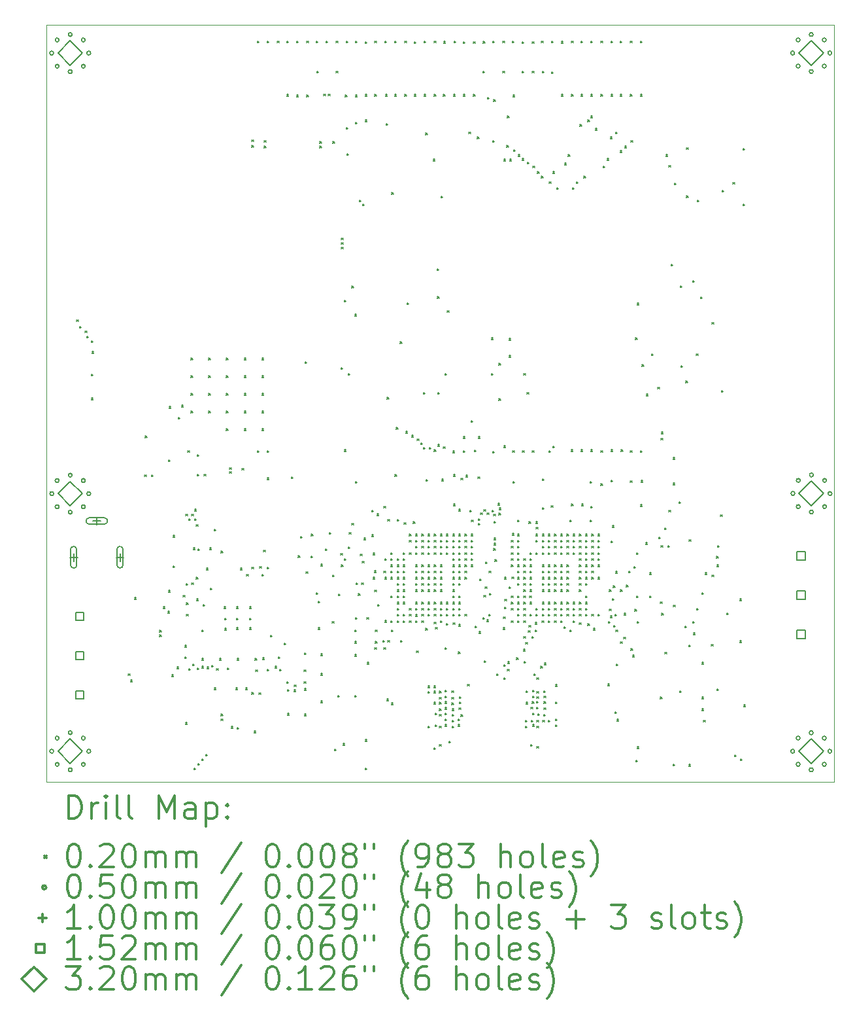
<source format=gbr>
%FSLAX45Y45*%
G04 Gerber Fmt 4.5, Leading zero omitted, Abs format (unit mm)*
G04 Created by KiCad (PCBNEW 5.0.2+dfsg1-1) date Sun 08 Mar 2020 16:41:49 CET*
%MOMM*%
%LPD*%
G01*
G04 APERTURE LIST*
%ADD10C,0.100000*%
%ADD11C,0.200000*%
%ADD12C,0.300000*%
G04 APERTURE END LIST*
D10*
X9650000Y-15100000D02*
X9650000Y-5300000D01*
X19850000Y-15100000D02*
X9650000Y-15100000D01*
X19850000Y-5300000D02*
X19850000Y-15100000D01*
X9650000Y-5300000D02*
X19850000Y-5300000D01*
D11*
X10040000Y-9120000D02*
X10060000Y-9140000D01*
X10060000Y-9120000D02*
X10040000Y-9140000D01*
X10080000Y-9200000D02*
X10100000Y-9220000D01*
X10100000Y-9200000D02*
X10080000Y-9220000D01*
X10150000Y-9260000D02*
X10170000Y-9280000D01*
X10170000Y-9260000D02*
X10150000Y-9280000D01*
X10170000Y-9330000D02*
X10190000Y-9350000D01*
X10190000Y-9330000D02*
X10170000Y-9350000D01*
X10230000Y-9390000D02*
X10250000Y-9410000D01*
X10250000Y-9390000D02*
X10230000Y-9410000D01*
X10230000Y-9820000D02*
X10250000Y-9840000D01*
X10250000Y-9820000D02*
X10230000Y-9840000D01*
X10230000Y-10130000D02*
X10250000Y-10150000D01*
X10250000Y-10130000D02*
X10230000Y-10150000D01*
X10240000Y-9530000D02*
X10260000Y-9550000D01*
X10260000Y-9530000D02*
X10240000Y-9550000D01*
X10710000Y-13700000D02*
X10730000Y-13720000D01*
X10730000Y-13700000D02*
X10710000Y-13720000D01*
X10740000Y-13780000D02*
X10760000Y-13800000D01*
X10760000Y-13780000D02*
X10740000Y-13800000D01*
X10790000Y-12711000D02*
X10810000Y-12731000D01*
X10810000Y-12711000D02*
X10790000Y-12731000D01*
X10920000Y-11125000D02*
X10940000Y-11145000D01*
X10940000Y-11125000D02*
X10920000Y-11145000D01*
X10930000Y-10620000D02*
X10950000Y-10640000D01*
X10950000Y-10620000D02*
X10930000Y-10640000D01*
X11010000Y-11125000D02*
X11030000Y-11145000D01*
X11030000Y-11125000D02*
X11010000Y-11145000D01*
X11115000Y-13195000D02*
X11135000Y-13215000D01*
X11135000Y-13195000D02*
X11115000Y-13215000D01*
X11115001Y-13135000D02*
X11135001Y-13155000D01*
X11135001Y-13135000D02*
X11115001Y-13155000D01*
X11160000Y-12830000D02*
X11180000Y-12850000D01*
X11180000Y-12830000D02*
X11160000Y-12850000D01*
X11220000Y-12890000D02*
X11240000Y-12910000D01*
X11240000Y-12890000D02*
X11220000Y-12910000D01*
X11230000Y-10930000D02*
X11250000Y-10950000D01*
X11250000Y-10930000D02*
X11230000Y-10950000D01*
X11230000Y-12620000D02*
X11250000Y-12640000D01*
X11250000Y-12620000D02*
X11230000Y-12640000D01*
X11240000Y-10240000D02*
X11260000Y-10260000D01*
X11260000Y-10240000D02*
X11240000Y-10260000D01*
X11270000Y-13710000D02*
X11290000Y-13730000D01*
X11290000Y-13710000D02*
X11270000Y-13730000D01*
X11290000Y-11907100D02*
X11310000Y-11927100D01*
X11310000Y-11907100D02*
X11290000Y-11927100D01*
X11290000Y-12300000D02*
X11310000Y-12320000D01*
X11310000Y-12300000D02*
X11290000Y-12320000D01*
X11339999Y-13610000D02*
X11359999Y-13630000D01*
X11359999Y-13610000D02*
X11339999Y-13630000D01*
X11357299Y-10380000D02*
X11377299Y-10400000D01*
X11377299Y-10380000D02*
X11357299Y-10400000D01*
X11400000Y-10222701D02*
X11420000Y-10242701D01*
X11420000Y-10222701D02*
X11400000Y-10242701D01*
X11420000Y-12680000D02*
X11440000Y-12700000D01*
X11440000Y-12680000D02*
X11420000Y-12700000D01*
X11440000Y-13330000D02*
X11460000Y-13350000D01*
X11460000Y-13330000D02*
X11440000Y-13350000D01*
X11440000Y-13480000D02*
X11460000Y-13500000D01*
X11460000Y-13480000D02*
X11440000Y-13500000D01*
X11450000Y-14330000D02*
X11470000Y-14350000D01*
X11470000Y-14330000D02*
X11450000Y-14350000D01*
X11452701Y-11630000D02*
X11472701Y-11650000D01*
X11472701Y-11630000D02*
X11452701Y-11650000D01*
X11460000Y-12529799D02*
X11480000Y-12549799D01*
X11480000Y-12529799D02*
X11460000Y-12549799D01*
X11462701Y-12780000D02*
X11482701Y-12800000D01*
X11482701Y-12780000D02*
X11462701Y-12800000D01*
X11462701Y-12930001D02*
X11482701Y-12950001D01*
X11482701Y-12930001D02*
X11462701Y-12950001D01*
X11480000Y-10810000D02*
X11500000Y-10830000D01*
X11500000Y-10810000D02*
X11480000Y-10830000D01*
X11490000Y-11690000D02*
X11510000Y-11710000D01*
X11510000Y-11690000D02*
X11490000Y-11710000D01*
X11490000Y-13630000D02*
X11510000Y-13650000D01*
X11510000Y-13630000D02*
X11490000Y-13650000D01*
X11522000Y-9612000D02*
X11542000Y-9632000D01*
X11542000Y-9612000D02*
X11522000Y-9632000D01*
X11522000Y-9841000D02*
X11542000Y-9861000D01*
X11542000Y-9841000D02*
X11522000Y-9861000D01*
X11522000Y-10070000D02*
X11542000Y-10090000D01*
X11542000Y-10070000D02*
X11522000Y-10090000D01*
X11522000Y-10299000D02*
X11542000Y-10319000D01*
X11542000Y-10299000D02*
X11522000Y-10319000D01*
X11530000Y-11630000D02*
X11550000Y-11650000D01*
X11550000Y-11630000D02*
X11530000Y-11650000D01*
X11530000Y-12520000D02*
X11550000Y-12540000D01*
X11550000Y-12520000D02*
X11530000Y-12540000D01*
X11540000Y-13570000D02*
X11560000Y-13590000D01*
X11560000Y-13570000D02*
X11540000Y-13590000D01*
X11550000Y-12070000D02*
X11570000Y-12090000D01*
X11570000Y-12070000D02*
X11550000Y-12090000D01*
X11560000Y-14920000D02*
X11580000Y-14940000D01*
X11580000Y-14920000D02*
X11560000Y-14940000D01*
X11570000Y-11570000D02*
X11590000Y-11590000D01*
X11590000Y-11570000D02*
X11570000Y-11590000D01*
X11570000Y-11690000D02*
X11590000Y-11710000D01*
X11590000Y-11690000D02*
X11570000Y-11710000D01*
X11590000Y-11770000D02*
X11610000Y-11790000D01*
X11610000Y-11770000D02*
X11590000Y-11790000D01*
X11590000Y-12450000D02*
X11610000Y-12470000D01*
X11610000Y-12450000D02*
X11590000Y-12470000D01*
X11593111Y-12729187D02*
X11613111Y-12749187D01*
X11613111Y-12729187D02*
X11593111Y-12749187D01*
X11600000Y-10860000D02*
X11620000Y-10880000D01*
X11620000Y-10860000D02*
X11600000Y-10880000D01*
X11600000Y-11115000D02*
X11620000Y-11135000D01*
X11620000Y-11115000D02*
X11600000Y-11135000D01*
X11600000Y-13620000D02*
X11620000Y-13640000D01*
X11620000Y-13620000D02*
X11600000Y-13640000D01*
X11610000Y-12080000D02*
X11630000Y-12100000D01*
X11630000Y-12080000D02*
X11610000Y-12100000D01*
X11610000Y-14860000D02*
X11630000Y-14880000D01*
X11630000Y-14860000D02*
X11610000Y-14880000D01*
X11660000Y-13130000D02*
X11680000Y-13150000D01*
X11680000Y-13130000D02*
X11660000Y-13150000D01*
X11660000Y-13500000D02*
X11680000Y-13520000D01*
X11680000Y-13500000D02*
X11660000Y-13520000D01*
X11660000Y-13600000D02*
X11680000Y-13620000D01*
X11680000Y-13600000D02*
X11660000Y-13620000D01*
X11660000Y-14800000D02*
X11680000Y-14820000D01*
X11680000Y-14800000D02*
X11660000Y-14820000D01*
X11680000Y-12800000D02*
X11700000Y-12820000D01*
X11700000Y-12800000D02*
X11680000Y-12820000D01*
X11690000Y-11115000D02*
X11710000Y-11135000D01*
X11710000Y-11115000D02*
X11690000Y-11135000D01*
X11710000Y-14740000D02*
X11730000Y-14760000D01*
X11730000Y-14740000D02*
X11710000Y-14760000D01*
X11720000Y-12330000D02*
X11740000Y-12350000D01*
X11740000Y-12330000D02*
X11720000Y-12350000D01*
X11730000Y-13610000D02*
X11750000Y-13630000D01*
X11750000Y-13610000D02*
X11730000Y-13630000D01*
X11751000Y-9612000D02*
X11771000Y-9632000D01*
X11771000Y-9612000D02*
X11751000Y-9632000D01*
X11751000Y-9841000D02*
X11771000Y-9861000D01*
X11771000Y-9841000D02*
X11751000Y-9861000D01*
X11751000Y-10070000D02*
X11771000Y-10090000D01*
X11771000Y-10070000D02*
X11751000Y-10090000D01*
X11751000Y-10299000D02*
X11771000Y-10319000D01*
X11771000Y-10299000D02*
X11751000Y-10319000D01*
X11760000Y-12070000D02*
X11780000Y-12090000D01*
X11780000Y-12070000D02*
X11760000Y-12090000D01*
X11770000Y-12590000D02*
X11790000Y-12610000D01*
X11790000Y-12590000D02*
X11770000Y-12610000D01*
X11790000Y-13590000D02*
X11810000Y-13610000D01*
X11810000Y-13590000D02*
X11790000Y-13610000D01*
X11820000Y-11825000D02*
X11840000Y-11845000D01*
X11840000Y-11825000D02*
X11820000Y-11845000D01*
X11820000Y-13880000D02*
X11840000Y-13900000D01*
X11840000Y-13880000D02*
X11820000Y-13900000D01*
X11850000Y-13630000D02*
X11870000Y-13650000D01*
X11870000Y-13630000D02*
X11850000Y-13650000D01*
X11890000Y-13500000D02*
X11910000Y-13520000D01*
X11910000Y-13500000D02*
X11890000Y-13520000D01*
X11910000Y-12110000D02*
X11930000Y-12130000D01*
X11930000Y-12110000D02*
X11910000Y-12130000D01*
X11910000Y-14220000D02*
X11930000Y-14240000D01*
X11930000Y-14220000D02*
X11910000Y-14240000D01*
X11910000Y-14280000D02*
X11930000Y-14300000D01*
X11930000Y-14280000D02*
X11910000Y-14300000D01*
X11948700Y-12831000D02*
X11968700Y-12851000D01*
X11968700Y-12831000D02*
X11948700Y-12851000D01*
X11958700Y-12981000D02*
X11978700Y-13001000D01*
X11978700Y-12981000D02*
X11958700Y-13001000D01*
X11958700Y-13111000D02*
X11978700Y-13131000D01*
X11978700Y-13111000D02*
X11958700Y-13131000D01*
X11980000Y-9612000D02*
X12000000Y-9632000D01*
X12000000Y-9612000D02*
X11980000Y-9632000D01*
X11980000Y-9841000D02*
X12000000Y-9861000D01*
X12000000Y-9841000D02*
X11980000Y-9861000D01*
X11980000Y-10070000D02*
X12000000Y-10090000D01*
X12000000Y-10070000D02*
X11980000Y-10090000D01*
X11980000Y-10299000D02*
X12000000Y-10319000D01*
X12000000Y-10299000D02*
X11980000Y-10319000D01*
X11980000Y-10528000D02*
X12000000Y-10548000D01*
X12000000Y-10528000D02*
X11980000Y-10548000D01*
X11990000Y-13620000D02*
X12010000Y-13640000D01*
X12010000Y-13620000D02*
X11990000Y-13640000D01*
X12020000Y-11030000D02*
X12040000Y-11050000D01*
X12040000Y-11030000D02*
X12020000Y-11050000D01*
X12020000Y-11080000D02*
X12040000Y-11100000D01*
X12040000Y-11080000D02*
X12020000Y-11100000D01*
X12040000Y-14380001D02*
X12060000Y-14400001D01*
X12060000Y-14380001D02*
X12040000Y-14400001D01*
X12100000Y-13880000D02*
X12120000Y-13900000D01*
X12120000Y-13880000D02*
X12100000Y-13900000D01*
X12108700Y-12831000D02*
X12128700Y-12851000D01*
X12128700Y-12831000D02*
X12108700Y-12851000D01*
X12108700Y-13101000D02*
X12128700Y-13121000D01*
X12128700Y-13101000D02*
X12108700Y-13121000D01*
X12110000Y-12980000D02*
X12130000Y-13000000D01*
X12130000Y-12980000D02*
X12110000Y-13000000D01*
X12120000Y-13500000D02*
X12140000Y-13520000D01*
X12140000Y-13500000D02*
X12120000Y-13520000D01*
X12120000Y-14390000D02*
X12140000Y-14410000D01*
X12140000Y-14390000D02*
X12120000Y-14410000D01*
X12160000Y-12330000D02*
X12180000Y-12350000D01*
X12180000Y-12330000D02*
X12160000Y-12350000D01*
X12182000Y-11039000D02*
X12202000Y-11059000D01*
X12202000Y-11039000D02*
X12182000Y-11059000D01*
X12209000Y-9612000D02*
X12229000Y-9632000D01*
X12229000Y-9612000D02*
X12209000Y-9632000D01*
X12209000Y-9841000D02*
X12229000Y-9861000D01*
X12229000Y-9841000D02*
X12209000Y-9861000D01*
X12209000Y-10070000D02*
X12229000Y-10090000D01*
X12229000Y-10070000D02*
X12209000Y-10090000D01*
X12209000Y-10299000D02*
X12229000Y-10319000D01*
X12229000Y-10299000D02*
X12209000Y-10319000D01*
X12209000Y-10528000D02*
X12229000Y-10548000D01*
X12229000Y-10528000D02*
X12209000Y-10548000D01*
X12230000Y-13880000D02*
X12250000Y-13900000D01*
X12250000Y-13880000D02*
X12230000Y-13900000D01*
X12240000Y-12410000D02*
X12260000Y-12430000D01*
X12260000Y-12410000D02*
X12240000Y-12430000D01*
X12278700Y-12831000D02*
X12298700Y-12851000D01*
X12298700Y-12831000D02*
X12278700Y-12851000D01*
X12278700Y-12981000D02*
X12298700Y-13001000D01*
X12298700Y-12981000D02*
X12278700Y-13001000D01*
X12278700Y-13101000D02*
X12298700Y-13121000D01*
X12298700Y-13101000D02*
X12278700Y-13121000D01*
X12310000Y-6790000D02*
X12330000Y-6810000D01*
X12330000Y-6790000D02*
X12310000Y-6810000D01*
X12310000Y-6860000D02*
X12330000Y-6880000D01*
X12330000Y-6860000D02*
X12310000Y-6880000D01*
X12310000Y-12320000D02*
X12330000Y-12340000D01*
X12330000Y-12320000D02*
X12310000Y-12340000D01*
X12310000Y-13940000D02*
X12330000Y-13960000D01*
X12330000Y-13940000D02*
X12310000Y-13960000D01*
X12340000Y-14440000D02*
X12360000Y-14460000D01*
X12360000Y-14440000D02*
X12340000Y-14460000D01*
X12350000Y-13500000D02*
X12370000Y-13520000D01*
X12370000Y-13500000D02*
X12350000Y-13520000D01*
X12360000Y-13650000D02*
X12380000Y-13670000D01*
X12380000Y-13650000D02*
X12360000Y-13670000D01*
X12380000Y-5510000D02*
X12400000Y-5530000D01*
X12400000Y-5510000D02*
X12380000Y-5530000D01*
X12380000Y-10810000D02*
X12400000Y-10830000D01*
X12400000Y-10810000D02*
X12380000Y-10830000D01*
X12401250Y-13941250D02*
X12421250Y-13961250D01*
X12421250Y-13941250D02*
X12401250Y-13961250D01*
X12410000Y-12310000D02*
X12430000Y-12330000D01*
X12430000Y-12310000D02*
X12410000Y-12330000D01*
X12438000Y-9612000D02*
X12458000Y-9632000D01*
X12458000Y-9612000D02*
X12438000Y-9632000D01*
X12438000Y-9841000D02*
X12458000Y-9861000D01*
X12458000Y-9841000D02*
X12438000Y-9861000D01*
X12438000Y-10070000D02*
X12458000Y-10090000D01*
X12458000Y-10070000D02*
X12438000Y-10090000D01*
X12438000Y-10299000D02*
X12458000Y-10319000D01*
X12458000Y-10299000D02*
X12438000Y-10319000D01*
X12438000Y-10528000D02*
X12458000Y-10548000D01*
X12458000Y-10528000D02*
X12438000Y-10548000D01*
X12440000Y-12410000D02*
X12460000Y-12430000D01*
X12460000Y-12410000D02*
X12440000Y-12430000D01*
X12450000Y-13490000D02*
X12470000Y-13510000D01*
X12470000Y-13490000D02*
X12450000Y-13510000D01*
X12460000Y-12100000D02*
X12480000Y-12120000D01*
X12480000Y-12100000D02*
X12460000Y-12120000D01*
X12470000Y-6800000D02*
X12490000Y-6820000D01*
X12490000Y-6800000D02*
X12470000Y-6820000D01*
X12470000Y-6870000D02*
X12490000Y-6890000D01*
X12490000Y-6870000D02*
X12470000Y-6890000D01*
X12509500Y-10810500D02*
X12529500Y-10830500D01*
X12529500Y-10810500D02*
X12509500Y-10830500D01*
X12510000Y-5510000D02*
X12530000Y-5530000D01*
X12530000Y-5510000D02*
X12510000Y-5530000D01*
X12510000Y-11161099D02*
X12530000Y-11181099D01*
X12530000Y-11161099D02*
X12510000Y-11181099D01*
X12510000Y-12320000D02*
X12530000Y-12340000D01*
X12530000Y-12320000D02*
X12510000Y-12340000D01*
X12510000Y-13640000D02*
X12530000Y-13660000D01*
X12530000Y-13640000D02*
X12510000Y-13660000D01*
X12550000Y-13200000D02*
X12570000Y-13220000D01*
X12570000Y-13200000D02*
X12550000Y-13220000D01*
X12610000Y-13600001D02*
X12630000Y-13620001D01*
X12630000Y-13600001D02*
X12610000Y-13620001D01*
X12640000Y-5510000D02*
X12660000Y-5530000D01*
X12660000Y-5510000D02*
X12640000Y-5530000D01*
X12650000Y-13480000D02*
X12670000Y-13500000D01*
X12670000Y-13480000D02*
X12650000Y-13500000D01*
X12670000Y-13640000D02*
X12690000Y-13660000D01*
X12690000Y-13640000D02*
X12670000Y-13660000D01*
X12730000Y-13300000D02*
X12750000Y-13320000D01*
X12750000Y-13300000D02*
X12730000Y-13320000D01*
X12760000Y-5510000D02*
X12780000Y-5530000D01*
X12780000Y-5510000D02*
X12760000Y-5530000D01*
X12760000Y-6200000D02*
X12780000Y-6220000D01*
X12780000Y-6200000D02*
X12760000Y-6220000D01*
X12760200Y-13800200D02*
X12780200Y-13820200D01*
X12780200Y-13800200D02*
X12760200Y-13820200D01*
X12770000Y-13900000D02*
X12790000Y-13920000D01*
X12790000Y-13900000D02*
X12770000Y-13920000D01*
X12770000Y-14210000D02*
X12790000Y-14230000D01*
X12790000Y-14210000D02*
X12770000Y-14230000D01*
X12820000Y-11148000D02*
X12840000Y-11168000D01*
X12840000Y-11148000D02*
X12820000Y-11168000D01*
X12856903Y-13904800D02*
X12876903Y-13924800D01*
X12876903Y-13904800D02*
X12856903Y-13924800D01*
X12860000Y-13840000D02*
X12880000Y-13860000D01*
X12880000Y-13840000D02*
X12860000Y-13860000D01*
X12890000Y-5510000D02*
X12910000Y-5530000D01*
X12910000Y-5510000D02*
X12890000Y-5530000D01*
X12890000Y-6210000D02*
X12910000Y-6230000D01*
X12910000Y-6210000D02*
X12890000Y-6230000D01*
X12910000Y-12170000D02*
X12930000Y-12190000D01*
X12930000Y-12170000D02*
X12910000Y-12190000D01*
X12940000Y-11920000D02*
X12960000Y-11940000D01*
X12960000Y-11920000D02*
X12940000Y-11940000D01*
X12984800Y-13800200D02*
X13004800Y-13820200D01*
X13004800Y-13800200D02*
X12984800Y-13820200D01*
X12985000Y-13650000D02*
X13005000Y-13670000D01*
X13005000Y-13650000D02*
X12985000Y-13670000D01*
X12989000Y-13429000D02*
X13009000Y-13449000D01*
X13009000Y-13429000D02*
X12989000Y-13449000D01*
X12990000Y-13890000D02*
X13010000Y-13910000D01*
X13010000Y-13890000D02*
X12990000Y-13910000D01*
X12990000Y-14220000D02*
X13010000Y-14240000D01*
X13010000Y-14220000D02*
X12990000Y-14240000D01*
X13000000Y-9660000D02*
X13020000Y-9680000D01*
X13020000Y-9660000D02*
X13000000Y-9680000D01*
X13010000Y-12380000D02*
X13030000Y-12400000D01*
X13030000Y-12380000D02*
X13010000Y-12400000D01*
X13020000Y-5510000D02*
X13040000Y-5530000D01*
X13040000Y-5510000D02*
X13020000Y-5530000D01*
X13020000Y-6210000D02*
X13040000Y-6230000D01*
X13040000Y-6210000D02*
X13020000Y-6230000D01*
X13077371Y-12173495D02*
X13097371Y-12193495D01*
X13097371Y-12173495D02*
X13077371Y-12193495D01*
X13080000Y-11890000D02*
X13100000Y-11910000D01*
X13100000Y-11890000D02*
X13080000Y-11910000D01*
X13140000Y-5510000D02*
X13160000Y-5530000D01*
X13160000Y-5510000D02*
X13140000Y-5530000D01*
X13140000Y-12650000D02*
X13160000Y-12670000D01*
X13160000Y-12650000D02*
X13140000Y-12670000D01*
X13150000Y-5900002D02*
X13170000Y-5920002D01*
X13170000Y-5900002D02*
X13150000Y-5920002D01*
X13170000Y-12760000D02*
X13190000Y-12780000D01*
X13190000Y-12760000D02*
X13170000Y-12780000D01*
X13170000Y-13100000D02*
X13190000Y-13120000D01*
X13190000Y-13100000D02*
X13170000Y-13120000D01*
X13190000Y-6810000D02*
X13210000Y-6830000D01*
X13210000Y-6810000D02*
X13190000Y-6830000D01*
X13190000Y-6870000D02*
X13210000Y-6890000D01*
X13210000Y-6870000D02*
X13190000Y-6890000D01*
X13199799Y-12280000D02*
X13219799Y-12300000D01*
X13219799Y-12280000D02*
X13199799Y-12300000D01*
X13199799Y-13440000D02*
X13219799Y-13460000D01*
X13219799Y-13440000D02*
X13199799Y-13460000D01*
X13199799Y-13692700D02*
X13219799Y-13712700D01*
X13219799Y-13692700D02*
X13199799Y-13712700D01*
X13199799Y-14050000D02*
X13219799Y-14070000D01*
X13219799Y-14050000D02*
X13199799Y-14070000D01*
X13239788Y-6196412D02*
X13259788Y-6216412D01*
X13259788Y-6196412D02*
X13239788Y-6216412D01*
X13263650Y-12081735D02*
X13283650Y-12101735D01*
X13283650Y-12081735D02*
X13263650Y-12101735D01*
X13270000Y-5510000D02*
X13290000Y-5530000D01*
X13290000Y-5510000D02*
X13270000Y-5530000D01*
X13299788Y-6196412D02*
X13319788Y-6216412D01*
X13319788Y-6196412D02*
X13299788Y-6216412D01*
X13310000Y-11870000D02*
X13330000Y-11890000D01*
X13330000Y-11870000D02*
X13310000Y-11890000D01*
X13350000Y-13020000D02*
X13370000Y-13040000D01*
X13370000Y-13020000D02*
X13350000Y-13040000D01*
X13355200Y-12417300D02*
X13375200Y-12437300D01*
X13375200Y-12417300D02*
X13355200Y-12437300D01*
X13360000Y-6810000D02*
X13380000Y-6830000D01*
X13380000Y-6810000D02*
X13360000Y-6830000D01*
X13380000Y-14670000D02*
X13400000Y-14690000D01*
X13400000Y-14670000D02*
X13380000Y-14690000D01*
X13400000Y-5510000D02*
X13420000Y-5530000D01*
X13420000Y-5510000D02*
X13400000Y-5530000D01*
X13400000Y-5900000D02*
X13420000Y-5920000D01*
X13420000Y-5900000D02*
X13400000Y-5920000D01*
X13420000Y-13980000D02*
X13440000Y-14000000D01*
X13440000Y-13980000D02*
X13420000Y-14000000D01*
X13430000Y-12667300D02*
X13450000Y-12687300D01*
X13450000Y-12667300D02*
X13430000Y-12687300D01*
X13460000Y-12141946D02*
X13480000Y-12161946D01*
X13480000Y-12141946D02*
X13460000Y-12161946D01*
X13464800Y-9734000D02*
X13484800Y-9754000D01*
X13484800Y-9734000D02*
X13464800Y-9754000D01*
X13470000Y-8060000D02*
X13490000Y-8080000D01*
X13490000Y-8060000D02*
X13470000Y-8080000D01*
X13470000Y-8120000D02*
X13490000Y-8140000D01*
X13490000Y-8120000D02*
X13470000Y-8140000D01*
X13470000Y-8180000D02*
X13490000Y-8200000D01*
X13490000Y-8180000D02*
X13470000Y-8200000D01*
X13470000Y-12290000D02*
X13490000Y-12310000D01*
X13490000Y-12290000D02*
X13470000Y-12310000D01*
X13490000Y-14600000D02*
X13510000Y-14620000D01*
X13510000Y-14600000D02*
X13490000Y-14620000D01*
X13504599Y-12210000D02*
X13524599Y-12230000D01*
X13524599Y-12210000D02*
X13504599Y-12230000D01*
X13507299Y-10800000D02*
X13527299Y-10820000D01*
X13527299Y-10800000D02*
X13507299Y-10820000D01*
X13507500Y-8862500D02*
X13527500Y-8882500D01*
X13527500Y-8862500D02*
X13507500Y-8882500D01*
X13520000Y-6210000D02*
X13540000Y-6230000D01*
X13540000Y-6210000D02*
X13520000Y-6230000D01*
X13530000Y-5510000D02*
X13550000Y-5530000D01*
X13550000Y-5510000D02*
X13530000Y-5530000D01*
X13530000Y-6630000D02*
X13550000Y-6650000D01*
X13550000Y-6630000D02*
X13530000Y-6650000D01*
X13540000Y-6970000D02*
X13560000Y-6990000D01*
X13560000Y-6970000D02*
X13540000Y-6990000D01*
X13556156Y-12056545D02*
X13576156Y-12076545D01*
X13576156Y-12056545D02*
X13556156Y-12076545D01*
X13560000Y-9810000D02*
X13580000Y-9830000D01*
X13580000Y-9810000D02*
X13560000Y-9830000D01*
X13570000Y-11870000D02*
X13590000Y-11890000D01*
X13590000Y-11870000D02*
X13570000Y-11890000D01*
X13602700Y-11750000D02*
X13622700Y-11770000D01*
X13622700Y-11750000D02*
X13602700Y-11770000D01*
X13602700Y-8682700D02*
X13622700Y-8702700D01*
X13622700Y-8682700D02*
X13602700Y-8702700D01*
X13640000Y-13130000D02*
X13660000Y-13150000D01*
X13660000Y-13130000D02*
X13640000Y-13150000D01*
X13640000Y-13280000D02*
X13660000Y-13300000D01*
X13660000Y-13280000D02*
X13640000Y-13300000D01*
X13640000Y-13450000D02*
X13660000Y-13470000D01*
X13660000Y-13450000D02*
X13640000Y-13470000D01*
X13640000Y-13980000D02*
X13660000Y-14000000D01*
X13660000Y-13980000D02*
X13640000Y-14000000D01*
X13642000Y-9045000D02*
X13662000Y-9065000D01*
X13662000Y-9045000D02*
X13642000Y-9065000D01*
X13650000Y-5510000D02*
X13670000Y-5530000D01*
X13670000Y-5510000D02*
X13650000Y-5530000D01*
X13650000Y-6210000D02*
X13670000Y-6230000D01*
X13670000Y-6210000D02*
X13650000Y-6230000D01*
X13650000Y-6560000D02*
X13670000Y-6580000D01*
X13670000Y-6560000D02*
X13650000Y-6580000D01*
X13650000Y-11210000D02*
X13670000Y-11230000D01*
X13670000Y-11210000D02*
X13650000Y-11230000D01*
X13650000Y-12970000D02*
X13670000Y-12990000D01*
X13670000Y-12970000D02*
X13650000Y-12990000D01*
X13660000Y-12520000D02*
X13680000Y-12540000D01*
X13680000Y-12520000D02*
X13660000Y-12540000D01*
X13690000Y-12660000D02*
X13710000Y-12680000D01*
X13710000Y-12660000D02*
X13690000Y-12680000D01*
X13700000Y-7570000D02*
X13720000Y-7590000D01*
X13720000Y-7570000D02*
X13700000Y-7590000D01*
X13712973Y-12148806D02*
X13732973Y-12168806D01*
X13732973Y-12148806D02*
X13712973Y-12168806D01*
X13730000Y-12520000D02*
X13750000Y-12540000D01*
X13750000Y-12520000D02*
X13730000Y-12540000D01*
X13740000Y-12240000D02*
X13760000Y-12260000D01*
X13760000Y-12240000D02*
X13740000Y-12260000D01*
X13742700Y-7620000D02*
X13762700Y-7640000D01*
X13762700Y-7620000D02*
X13742700Y-7640000D01*
X13760000Y-11940000D02*
X13780000Y-11960000D01*
X13780000Y-11940000D02*
X13760000Y-11960000D01*
X13780000Y-14920000D02*
X13800000Y-14940000D01*
X13800000Y-14920000D02*
X13780000Y-14940000D01*
X13780000Y-5519999D02*
X13800000Y-5539999D01*
X13800000Y-5519999D02*
X13780000Y-5539999D01*
X13780000Y-6200000D02*
X13800000Y-6220000D01*
X13800000Y-6200000D02*
X13780000Y-6220000D01*
X13780000Y-6530000D02*
X13800000Y-6550000D01*
X13800000Y-6530000D02*
X13780000Y-6550000D01*
X13780000Y-14550000D02*
X13800000Y-14570000D01*
X13800000Y-14550000D02*
X13780000Y-14570000D01*
X13800000Y-12970000D02*
X13820000Y-12990000D01*
X13820000Y-12970000D02*
X13800000Y-12990000D01*
X13805000Y-13551000D02*
X13825000Y-13571000D01*
X13825000Y-13551000D02*
X13805000Y-13571000D01*
X13860000Y-11580000D02*
X13880000Y-11600000D01*
X13880000Y-11580000D02*
X13860000Y-11600000D01*
X13860000Y-11900000D02*
X13880000Y-11920000D01*
X13880000Y-11900000D02*
X13860000Y-11920000D01*
X13880000Y-12135000D02*
X13900000Y-12155000D01*
X13900000Y-12135000D02*
X13880000Y-12155000D01*
X13880000Y-12450000D02*
X13900000Y-12470000D01*
X13900000Y-12450000D02*
X13880000Y-12470000D01*
X13895932Y-12364599D02*
X13915932Y-12384599D01*
X13915932Y-12364599D02*
X13895932Y-12384599D01*
X13900000Y-5510000D02*
X13920000Y-5530000D01*
X13920000Y-5510000D02*
X13900000Y-5530000D01*
X13900000Y-6200000D02*
X13920000Y-6220000D01*
X13920000Y-6200000D02*
X13900000Y-6220000D01*
X13900000Y-12617299D02*
X13920000Y-12637299D01*
X13920000Y-12617299D02*
X13900000Y-12637299D01*
X13900306Y-13360306D02*
X13920306Y-13380306D01*
X13920306Y-13360306D02*
X13900306Y-13380306D01*
X13910000Y-13130000D02*
X13930000Y-13150000D01*
X13930000Y-13130000D02*
X13910000Y-13150000D01*
X13910000Y-13280001D02*
X13930000Y-13300001D01*
X13930000Y-13280001D02*
X13910000Y-13300001D01*
X13930000Y-11627299D02*
X13950000Y-11647299D01*
X13950000Y-11627299D02*
X13930000Y-11647299D01*
X13940000Y-12800000D02*
X13960000Y-12820000D01*
X13960000Y-12800000D02*
X13940000Y-12820000D01*
X14005401Y-13268399D02*
X14025401Y-13288399D01*
X14025401Y-13268399D02*
X14005401Y-13288399D01*
X14019000Y-13360000D02*
X14039000Y-13380000D01*
X14039000Y-13360000D02*
X14019000Y-13380000D01*
X14020000Y-11530000D02*
X14040000Y-11550000D01*
X14040000Y-11530000D02*
X14020000Y-11550000D01*
X14020000Y-12370600D02*
X14040000Y-12390600D01*
X14040000Y-12370600D02*
X14020000Y-12390600D01*
X14030000Y-5510000D02*
X14050000Y-5530000D01*
X14050000Y-5510000D02*
X14030000Y-5530000D01*
X14030000Y-12210000D02*
X14050000Y-12230000D01*
X14050000Y-12210000D02*
X14030000Y-12230000D01*
X14030000Y-12450000D02*
X14050000Y-12470000D01*
X14050000Y-12450000D02*
X14030000Y-12470000D01*
X14030968Y-13009700D02*
X14050968Y-13029700D01*
X14050968Y-13009700D02*
X14030968Y-13029700D01*
X14040000Y-6200000D02*
X14060000Y-6220000D01*
X14060000Y-6200000D02*
X14040000Y-6220000D01*
X14050000Y-6580000D02*
X14070000Y-6600000D01*
X14070000Y-6580000D02*
X14050000Y-6600000D01*
X14056000Y-14024000D02*
X14076000Y-14044000D01*
X14076000Y-14024000D02*
X14056000Y-14044000D01*
X14060000Y-10120000D02*
X14080000Y-10140000D01*
X14080000Y-10120000D02*
X14060000Y-10140000D01*
X14070000Y-11700000D02*
X14090000Y-11720000D01*
X14090000Y-11700000D02*
X14070000Y-11720000D01*
X14070000Y-13267000D02*
X14090000Y-13287000D01*
X14090000Y-13267000D02*
X14070000Y-13287000D01*
X14110000Y-12130000D02*
X14130000Y-12150000D01*
X14130000Y-12130000D02*
X14110000Y-12150000D01*
X14110000Y-12210000D02*
X14130000Y-12230000D01*
X14130000Y-12210000D02*
X14110000Y-12230000D01*
X14110000Y-12290000D02*
X14130000Y-12310000D01*
X14130000Y-12290000D02*
X14110000Y-12310000D01*
X14110000Y-12370000D02*
X14130000Y-12390000D01*
X14130000Y-12370000D02*
X14110000Y-12390000D01*
X14110000Y-12450000D02*
X14130000Y-12470000D01*
X14130000Y-12450000D02*
X14110000Y-12470000D01*
X14110000Y-12690000D02*
X14130000Y-12710000D01*
X14130000Y-12690000D02*
X14110000Y-12710000D01*
X14110000Y-13010000D02*
X14130000Y-13030000D01*
X14130000Y-13010000D02*
X14110000Y-13030000D01*
X14114000Y-13129000D02*
X14134000Y-13149000D01*
X14134000Y-13129000D02*
X14114000Y-13149000D01*
X14116000Y-14076000D02*
X14136000Y-14096000D01*
X14136000Y-14076000D02*
X14116000Y-14096000D01*
X14120000Y-7470000D02*
X14140000Y-7490000D01*
X14140000Y-7470000D02*
X14120000Y-7490000D01*
X14160000Y-5510000D02*
X14180000Y-5530000D01*
X14180000Y-5510000D02*
X14160000Y-5530000D01*
X14160000Y-6200000D02*
X14180000Y-6220000D01*
X14180000Y-6200000D02*
X14160000Y-6220000D01*
X14163000Y-11120000D02*
X14183000Y-11140000D01*
X14183000Y-11120000D02*
X14163000Y-11140000D01*
X14180000Y-10510000D02*
X14200000Y-10530000D01*
X14200000Y-10510000D02*
X14180000Y-10530000D01*
X14190000Y-11700000D02*
X14210000Y-11720000D01*
X14210000Y-11700000D02*
X14190000Y-11720000D01*
X14190000Y-12210000D02*
X14210000Y-12230000D01*
X14210000Y-12210000D02*
X14190000Y-12230000D01*
X14190000Y-12290000D02*
X14210000Y-12310000D01*
X14210000Y-12290000D02*
X14190000Y-12310000D01*
X14190000Y-12370000D02*
X14210000Y-12390000D01*
X14210000Y-12370000D02*
X14190000Y-12390000D01*
X14190000Y-12450000D02*
X14210000Y-12470000D01*
X14210000Y-12450000D02*
X14190000Y-12470000D01*
X14190000Y-12530000D02*
X14210000Y-12550000D01*
X14210000Y-12530000D02*
X14190000Y-12550000D01*
X14190000Y-12610000D02*
X14210000Y-12630000D01*
X14210000Y-12610000D02*
X14190000Y-12630000D01*
X14190000Y-12690000D02*
X14210000Y-12710000D01*
X14210000Y-12690000D02*
X14190000Y-12710000D01*
X14190000Y-12770000D02*
X14210000Y-12790000D01*
X14210000Y-12770000D02*
X14190000Y-12790000D01*
X14190000Y-12850000D02*
X14210000Y-12870000D01*
X14210000Y-12850000D02*
X14190000Y-12870000D01*
X14190000Y-12930000D02*
X14210000Y-12950000D01*
X14210000Y-12930000D02*
X14190000Y-12950000D01*
X14190000Y-13010000D02*
X14210000Y-13030000D01*
X14210000Y-13010000D02*
X14190000Y-13030000D01*
X14230000Y-9400000D02*
X14250000Y-9420000D01*
X14250000Y-9400000D02*
X14230000Y-9420000D01*
X14232700Y-13269000D02*
X14252700Y-13289000D01*
X14252700Y-13269000D02*
X14232700Y-13289000D01*
X14270000Y-12130000D02*
X14290000Y-12150000D01*
X14290000Y-12130000D02*
X14270000Y-12150000D01*
X14270000Y-12210000D02*
X14290000Y-12230000D01*
X14290000Y-12210000D02*
X14270000Y-12230000D01*
X14270000Y-12290000D02*
X14290000Y-12310000D01*
X14290000Y-12290000D02*
X14270000Y-12310000D01*
X14270000Y-12370000D02*
X14290000Y-12390000D01*
X14290000Y-12370000D02*
X14270000Y-12390000D01*
X14270000Y-12450000D02*
X14290000Y-12470000D01*
X14290000Y-12450000D02*
X14270000Y-12470000D01*
X14270000Y-12530000D02*
X14290000Y-12550000D01*
X14290000Y-12530000D02*
X14270000Y-12550000D01*
X14270000Y-12610000D02*
X14290000Y-12630000D01*
X14290000Y-12610000D02*
X14270000Y-12630000D01*
X14270000Y-12690000D02*
X14290000Y-12710000D01*
X14290000Y-12690000D02*
X14270000Y-12710000D01*
X14270000Y-12770000D02*
X14290000Y-12790000D01*
X14290000Y-12770000D02*
X14270000Y-12790000D01*
X14270000Y-12930000D02*
X14290000Y-12950000D01*
X14290000Y-12930000D02*
X14270000Y-12950000D01*
X14270000Y-13010000D02*
X14290000Y-13030000D01*
X14290000Y-13010000D02*
X14270000Y-13030000D01*
X14280000Y-11742700D02*
X14300000Y-11762700D01*
X14300000Y-11742700D02*
X14280000Y-11762700D01*
X14290000Y-5510000D02*
X14310000Y-5530000D01*
X14310000Y-5510000D02*
X14290000Y-5530000D01*
X14290000Y-6200000D02*
X14310000Y-6220000D01*
X14310000Y-6200000D02*
X14290000Y-6220000D01*
X14300000Y-10560000D02*
X14320000Y-10580000D01*
X14320000Y-10560000D02*
X14300000Y-10580000D01*
X14318299Y-8900000D02*
X14338299Y-8920000D01*
X14338299Y-8900000D02*
X14318299Y-8920000D01*
X14350000Y-11890000D02*
X14370000Y-11910000D01*
X14370000Y-11890000D02*
X14350000Y-11910000D01*
X14350000Y-11970000D02*
X14370000Y-11990000D01*
X14370000Y-11970000D02*
X14350000Y-11990000D01*
X14350000Y-12130000D02*
X14370000Y-12150000D01*
X14370000Y-12130000D02*
X14350000Y-12150000D01*
X14350000Y-12930000D02*
X14370000Y-12950000D01*
X14370000Y-12930000D02*
X14350000Y-12950000D01*
X14350000Y-13010000D02*
X14370000Y-13030000D01*
X14370000Y-13010000D02*
X14350000Y-13030000D01*
X14350000Y-12851960D02*
X14370000Y-12871960D01*
X14370000Y-12851960D02*
X14350000Y-12871960D01*
X14380000Y-10612701D02*
X14400000Y-10632701D01*
X14400000Y-10612701D02*
X14380000Y-10632701D01*
X14399806Y-11730194D02*
X14419806Y-11750194D01*
X14419806Y-11730194D02*
X14399806Y-11750194D01*
X14410000Y-5520000D02*
X14430000Y-5540000D01*
X14430000Y-5520000D02*
X14410000Y-5540000D01*
X14410000Y-6200000D02*
X14430000Y-6220000D01*
X14430000Y-6200000D02*
X14410000Y-6220000D01*
X14430000Y-11890000D02*
X14450000Y-11910000D01*
X14450000Y-11890000D02*
X14430000Y-11910000D01*
X14430000Y-11970000D02*
X14450000Y-11990000D01*
X14450000Y-11970000D02*
X14430000Y-11990000D01*
X14430000Y-12050000D02*
X14450000Y-12070000D01*
X14450000Y-12050000D02*
X14430000Y-12070000D01*
X14430000Y-12130000D02*
X14450000Y-12150000D01*
X14450000Y-12130000D02*
X14430000Y-12150000D01*
X14430000Y-12290000D02*
X14450000Y-12310000D01*
X14450000Y-12290000D02*
X14430000Y-12310000D01*
X14430000Y-12370000D02*
X14450000Y-12390000D01*
X14450000Y-12370000D02*
X14430000Y-12390000D01*
X14430000Y-12450000D02*
X14450000Y-12470000D01*
X14450000Y-12450000D02*
X14430000Y-12470000D01*
X14430000Y-12530000D02*
X14450000Y-12550000D01*
X14450000Y-12530000D02*
X14430000Y-12550000D01*
X14430000Y-12610000D02*
X14450000Y-12630000D01*
X14450000Y-12610000D02*
X14430000Y-12630000D01*
X14430000Y-12770000D02*
X14450000Y-12790000D01*
X14450000Y-12770000D02*
X14430000Y-12790000D01*
X14430000Y-12850000D02*
X14450000Y-12870000D01*
X14450000Y-12850000D02*
X14430000Y-12870000D01*
X14430000Y-13010000D02*
X14450000Y-13030000D01*
X14450000Y-13010000D02*
X14430000Y-13030000D01*
X14430000Y-12931960D02*
X14450000Y-12951960D01*
X14450000Y-12931960D02*
X14430000Y-12951960D01*
X14441000Y-13403000D02*
X14461000Y-13423000D01*
X14461000Y-13403000D02*
X14441000Y-13423000D01*
X14450000Y-10660000D02*
X14470000Y-10680000D01*
X14470000Y-10660000D02*
X14450000Y-10680000D01*
X14500000Y-10710000D02*
X14520000Y-10730000D01*
X14520000Y-10710000D02*
X14500000Y-10730000D01*
X14510000Y-11890000D02*
X14530000Y-11910000D01*
X14530000Y-11890000D02*
X14510000Y-11910000D01*
X14510000Y-11970000D02*
X14530000Y-11990000D01*
X14530000Y-11970000D02*
X14510000Y-11990000D01*
X14510000Y-12050000D02*
X14530000Y-12070000D01*
X14530000Y-12050000D02*
X14510000Y-12070000D01*
X14510000Y-12130000D02*
X14530000Y-12150000D01*
X14530000Y-12130000D02*
X14510000Y-12150000D01*
X14510000Y-12290000D02*
X14530000Y-12310000D01*
X14530000Y-12290000D02*
X14510000Y-12310000D01*
X14510000Y-12370000D02*
X14530000Y-12390000D01*
X14530000Y-12370000D02*
X14510000Y-12390000D01*
X14510000Y-12450000D02*
X14530000Y-12470000D01*
X14530000Y-12450000D02*
X14510000Y-12470000D01*
X14510000Y-12530000D02*
X14530000Y-12550000D01*
X14530000Y-12530000D02*
X14510000Y-12550000D01*
X14510000Y-12610000D02*
X14530000Y-12630000D01*
X14530000Y-12610000D02*
X14510000Y-12630000D01*
X14510000Y-12770000D02*
X14530000Y-12790000D01*
X14530000Y-12770000D02*
X14510000Y-12790000D01*
X14510000Y-12850000D02*
X14530000Y-12870000D01*
X14530000Y-12850000D02*
X14510000Y-12870000D01*
X14510000Y-12930000D02*
X14530000Y-12950000D01*
X14530000Y-12930000D02*
X14510000Y-12950000D01*
X14510000Y-13010000D02*
X14530000Y-13030000D01*
X14530000Y-13010000D02*
X14510000Y-13030000D01*
X14530000Y-10770000D02*
X14550000Y-10790000D01*
X14550000Y-10770000D02*
X14530000Y-10790000D01*
X14531998Y-10060000D02*
X14551998Y-10080000D01*
X14551998Y-10060000D02*
X14531998Y-10080000D01*
X14540000Y-5510000D02*
X14560000Y-5530000D01*
X14560000Y-5510000D02*
X14540000Y-5530000D01*
X14540000Y-6200000D02*
X14560000Y-6220000D01*
X14560000Y-6200000D02*
X14540000Y-6220000D01*
X14560000Y-6700000D02*
X14580000Y-6720000D01*
X14580000Y-6700000D02*
X14560000Y-6720000D01*
X14560000Y-13110000D02*
X14580000Y-13130000D01*
X14580000Y-13110000D02*
X14560000Y-13130000D01*
X14567299Y-11184473D02*
X14587299Y-11204473D01*
X14587299Y-11184473D02*
X14567299Y-11204473D01*
X14590000Y-11890000D02*
X14610000Y-11910000D01*
X14610000Y-11890000D02*
X14590000Y-11910000D01*
X14590000Y-11970000D02*
X14610000Y-11990000D01*
X14610000Y-11970000D02*
X14590000Y-11990000D01*
X14590000Y-12050000D02*
X14610000Y-12070000D01*
X14610000Y-12050000D02*
X14590000Y-12070000D01*
X14590000Y-12130000D02*
X14610000Y-12150000D01*
X14610000Y-12130000D02*
X14590000Y-12150000D01*
X14590000Y-12290000D02*
X14610000Y-12310000D01*
X14610000Y-12290000D02*
X14590000Y-12310000D01*
X14590000Y-12370000D02*
X14610000Y-12390000D01*
X14610000Y-12370000D02*
X14590000Y-12390000D01*
X14590000Y-12450000D02*
X14610000Y-12470000D01*
X14610000Y-12450000D02*
X14590000Y-12470000D01*
X14590000Y-12530000D02*
X14610000Y-12550000D01*
X14610000Y-12530000D02*
X14590000Y-12550000D01*
X14590000Y-12610000D02*
X14610000Y-12630000D01*
X14610000Y-12610000D02*
X14590000Y-12630000D01*
X14590000Y-12770000D02*
X14610000Y-12790000D01*
X14610000Y-12770000D02*
X14590000Y-12790000D01*
X14590000Y-12850000D02*
X14610000Y-12870000D01*
X14610000Y-12850000D02*
X14590000Y-12870000D01*
X14590000Y-12930000D02*
X14610000Y-12950000D01*
X14610000Y-12930000D02*
X14590000Y-12950000D01*
X14590000Y-13854000D02*
X14610000Y-13874000D01*
X14610000Y-13854000D02*
X14590000Y-13874000D01*
X14590000Y-13928000D02*
X14610000Y-13948000D01*
X14610000Y-13928000D02*
X14590000Y-13948000D01*
X14590000Y-14373000D02*
X14610000Y-14393000D01*
X14610000Y-14373000D02*
X14590000Y-14393000D01*
X14610000Y-10769999D02*
X14630000Y-10789999D01*
X14630000Y-10769999D02*
X14610000Y-10789999D01*
X14660000Y-7040000D02*
X14680000Y-7060000D01*
X14680000Y-7040000D02*
X14660000Y-7060000D01*
X14664000Y-13854000D02*
X14684000Y-13874000D01*
X14684000Y-13854000D02*
X14664000Y-13874000D01*
X14664000Y-13922299D02*
X14684000Y-13942299D01*
X14684000Y-13922299D02*
X14664000Y-13942299D01*
X14665000Y-14068000D02*
X14685000Y-14088000D01*
X14685000Y-14068000D02*
X14665000Y-14088000D01*
X14665400Y-14655400D02*
X14685400Y-14675400D01*
X14685400Y-14655400D02*
X14665400Y-14675400D01*
X14670000Y-5510000D02*
X14690000Y-5530000D01*
X14690000Y-5510000D02*
X14670000Y-5530000D01*
X14670000Y-6200000D02*
X14690000Y-6220000D01*
X14690000Y-6200000D02*
X14670000Y-6220000D01*
X14670000Y-10800000D02*
X14690000Y-10820000D01*
X14690000Y-10800000D02*
X14670000Y-10820000D01*
X14670000Y-11890000D02*
X14690000Y-11910000D01*
X14690000Y-11890000D02*
X14670000Y-11910000D01*
X14670000Y-11970000D02*
X14690000Y-11990000D01*
X14690000Y-11970000D02*
X14670000Y-11990000D01*
X14670000Y-12050000D02*
X14690000Y-12070000D01*
X14690000Y-12050000D02*
X14670000Y-12070000D01*
X14670000Y-12130000D02*
X14690000Y-12150000D01*
X14690000Y-12130000D02*
X14670000Y-12150000D01*
X14670000Y-12290000D02*
X14690000Y-12310000D01*
X14690000Y-12290000D02*
X14670000Y-12310000D01*
X14670000Y-12370000D02*
X14690000Y-12390000D01*
X14690000Y-12370000D02*
X14670000Y-12390000D01*
X14670000Y-12450000D02*
X14690000Y-12470000D01*
X14690000Y-12450000D02*
X14670000Y-12470000D01*
X14670000Y-12530000D02*
X14690000Y-12550000D01*
X14690000Y-12530000D02*
X14670000Y-12550000D01*
X14670000Y-12610000D02*
X14690000Y-12630000D01*
X14690000Y-12610000D02*
X14670000Y-12630000D01*
X14670000Y-12770000D02*
X14690000Y-12790000D01*
X14690000Y-12770000D02*
X14670000Y-12790000D01*
X14670000Y-12850000D02*
X14690000Y-12870000D01*
X14690000Y-12850000D02*
X14670000Y-12870000D01*
X14670000Y-12930000D02*
X14690000Y-12950000D01*
X14690000Y-12930000D02*
X14670000Y-12950000D01*
X14670000Y-13030000D02*
X14690000Y-13050000D01*
X14690000Y-13030000D02*
X14670000Y-13050000D01*
X14681000Y-14208000D02*
X14701000Y-14228000D01*
X14701000Y-14208000D02*
X14681000Y-14228000D01*
X14681000Y-14357000D02*
X14701000Y-14377000D01*
X14701000Y-14357000D02*
X14681000Y-14377000D01*
X14687701Y-13095000D02*
X14707701Y-13115000D01*
X14707701Y-13095000D02*
X14687701Y-13115000D01*
X14710000Y-8460000D02*
X14730000Y-8480000D01*
X14730000Y-8460000D02*
X14710000Y-8480000D01*
X14713500Y-8815908D02*
X14733500Y-8835908D01*
X14733500Y-8815908D02*
X14713500Y-8835908D01*
X14717299Y-10059701D02*
X14737299Y-10079701D01*
X14737299Y-10059701D02*
X14717299Y-10079701D01*
X14720000Y-10730000D02*
X14740000Y-10750000D01*
X14740000Y-10730000D02*
X14720000Y-10750000D01*
X14737300Y-14612700D02*
X14757300Y-14632700D01*
X14757300Y-14612700D02*
X14737300Y-14632700D01*
X14738000Y-13922299D02*
X14758000Y-13942299D01*
X14758000Y-13922299D02*
X14738000Y-13942299D01*
X14738000Y-14003000D02*
X14758000Y-14023000D01*
X14758000Y-14003000D02*
X14738000Y-14023000D01*
X14738000Y-14068000D02*
X14758000Y-14088000D01*
X14758000Y-14068000D02*
X14738000Y-14088000D01*
X14738000Y-14151000D02*
X14758000Y-14171000D01*
X14758000Y-14151000D02*
X14738000Y-14171000D01*
X14738000Y-14225000D02*
X14758000Y-14245000D01*
X14758000Y-14225000D02*
X14738000Y-14245000D01*
X14739000Y-14374000D02*
X14759000Y-14394000D01*
X14759000Y-14374000D02*
X14739000Y-14394000D01*
X14750000Y-11890000D02*
X14770000Y-11910000D01*
X14770000Y-11890000D02*
X14750000Y-11910000D01*
X14750000Y-11970000D02*
X14770000Y-11990000D01*
X14770000Y-11970000D02*
X14750000Y-11990000D01*
X14750000Y-12050000D02*
X14770000Y-12070000D01*
X14770000Y-12050000D02*
X14750000Y-12070000D01*
X14750000Y-12130000D02*
X14770000Y-12150000D01*
X14770000Y-12130000D02*
X14750000Y-12150000D01*
X14750000Y-12290000D02*
X14770000Y-12310000D01*
X14770000Y-12290000D02*
X14750000Y-12310000D01*
X14750000Y-12370000D02*
X14770000Y-12390000D01*
X14770000Y-12370000D02*
X14750000Y-12390000D01*
X14750000Y-12450000D02*
X14770000Y-12470000D01*
X14770000Y-12450000D02*
X14750000Y-12470000D01*
X14750000Y-12530000D02*
X14770000Y-12550000D01*
X14770000Y-12530000D02*
X14750000Y-12550000D01*
X14750000Y-12610000D02*
X14770000Y-12630000D01*
X14770000Y-12610000D02*
X14750000Y-12630000D01*
X14750000Y-12770000D02*
X14770000Y-12790000D01*
X14770000Y-12770000D02*
X14750000Y-12790000D01*
X14750000Y-12850000D02*
X14770000Y-12870000D01*
X14770000Y-12850000D02*
X14750000Y-12870000D01*
X14750000Y-12930000D02*
X14770000Y-12950000D01*
X14770000Y-12930000D02*
X14750000Y-12950000D01*
X14750000Y-13010000D02*
X14770000Y-13030000D01*
X14770000Y-13010000D02*
X14750000Y-13030000D01*
X14760000Y-7520000D02*
X14780000Y-7540000D01*
X14780000Y-7520000D02*
X14760000Y-7540000D01*
X14770000Y-11180000D02*
X14790000Y-11200000D01*
X14790000Y-11180000D02*
X14770000Y-11200000D01*
X14789806Y-10759807D02*
X14809806Y-10779807D01*
X14809806Y-10759807D02*
X14789806Y-10779807D01*
X14790000Y-6200000D02*
X14810000Y-6220000D01*
X14810000Y-6200000D02*
X14790000Y-6220000D01*
X14795000Y-5515000D02*
X14815000Y-5535000D01*
X14815000Y-5515000D02*
X14795000Y-5535000D01*
X14810000Y-9810000D02*
X14830000Y-9830000D01*
X14830000Y-9810000D02*
X14810000Y-9830000D01*
X14812000Y-13985000D02*
X14832000Y-14005000D01*
X14832000Y-13985000D02*
X14812000Y-14005000D01*
X14812000Y-14208000D02*
X14832000Y-14228000D01*
X14832000Y-14208000D02*
X14812000Y-14228000D01*
X14813000Y-13359000D02*
X14833000Y-13379000D01*
X14833000Y-13359000D02*
X14813000Y-13379000D01*
X14813000Y-13911000D02*
X14833000Y-13931000D01*
X14833000Y-13911000D02*
X14813000Y-13931000D01*
X14813000Y-14059000D02*
X14833000Y-14079000D01*
X14833000Y-14059000D02*
X14813000Y-14079000D01*
X14813000Y-14134000D02*
X14833000Y-14154000D01*
X14833000Y-14134000D02*
X14813000Y-14154000D01*
X14813000Y-14282000D02*
X14833000Y-14302000D01*
X14833000Y-14282000D02*
X14813000Y-14302000D01*
X14813000Y-14356000D02*
X14833000Y-14376000D01*
X14833000Y-14356000D02*
X14813000Y-14376000D01*
X14830000Y-11890000D02*
X14850000Y-11910000D01*
X14850000Y-11890000D02*
X14830000Y-11910000D01*
X14830000Y-11970000D02*
X14850000Y-11990000D01*
X14850000Y-11970000D02*
X14830000Y-11990000D01*
X14830000Y-12050000D02*
X14850000Y-12070000D01*
X14850000Y-12050000D02*
X14830000Y-12070000D01*
X14830000Y-12130000D02*
X14850000Y-12150000D01*
X14850000Y-12130000D02*
X14830000Y-12150000D01*
X14830000Y-12770000D02*
X14850000Y-12790000D01*
X14850000Y-12770000D02*
X14830000Y-12790000D01*
X14830000Y-12850000D02*
X14850000Y-12870000D01*
X14850000Y-12850000D02*
X14830000Y-12870000D01*
X14830000Y-12930000D02*
X14850000Y-12950000D01*
X14850000Y-12930000D02*
X14830000Y-12950000D01*
X14830000Y-13045000D02*
X14850000Y-13065000D01*
X14850000Y-13045000D02*
X14830000Y-13065000D01*
X14839000Y-8997000D02*
X14859000Y-9017000D01*
X14859000Y-8997000D02*
X14839000Y-9017000D01*
X14860000Y-14570000D02*
X14880000Y-14590000D01*
X14880000Y-14570000D02*
X14860000Y-14590000D01*
X14898600Y-13919540D02*
X14918600Y-13939540D01*
X14918600Y-13919540D02*
X14898600Y-13939540D01*
X14899799Y-14002000D02*
X14919799Y-14022000D01*
X14919799Y-14002000D02*
X14899799Y-14022000D01*
X14899799Y-14076000D02*
X14919799Y-14096000D01*
X14919799Y-14076000D02*
X14899799Y-14096000D01*
X14904000Y-14151000D02*
X14924000Y-14171000D01*
X14924000Y-14151000D02*
X14904000Y-14171000D01*
X14904000Y-14225000D02*
X14924000Y-14245000D01*
X14924000Y-14225000D02*
X14904000Y-14245000D01*
X14904000Y-14299000D02*
X14924000Y-14319000D01*
X14924000Y-14299000D02*
X14904000Y-14319000D01*
X14904000Y-14373000D02*
X14924000Y-14393000D01*
X14924000Y-14373000D02*
X14904000Y-14393000D01*
X14910000Y-11890000D02*
X14930000Y-11910000D01*
X14930000Y-11890000D02*
X14910000Y-11910000D01*
X14910000Y-11970000D02*
X14930000Y-11990000D01*
X14930000Y-11970000D02*
X14910000Y-11990000D01*
X14910000Y-12050000D02*
X14930000Y-12070000D01*
X14930000Y-12050000D02*
X14910000Y-12070000D01*
X14910000Y-12130000D02*
X14930000Y-12150000D01*
X14930000Y-12130000D02*
X14910000Y-12150000D01*
X14910000Y-12210000D02*
X14930000Y-12230000D01*
X14930000Y-12210000D02*
X14910000Y-12230000D01*
X14910000Y-12290000D02*
X14930000Y-12310000D01*
X14930000Y-12290000D02*
X14910000Y-12310000D01*
X14910000Y-12370000D02*
X14930000Y-12390000D01*
X14930000Y-12370000D02*
X14910000Y-12390000D01*
X14910000Y-12450000D02*
X14930000Y-12470000D01*
X14930000Y-12450000D02*
X14910000Y-12470000D01*
X14910000Y-12530000D02*
X14930000Y-12550000D01*
X14930000Y-12530000D02*
X14910000Y-12550000D01*
X14910000Y-12610000D02*
X14930000Y-12630000D01*
X14930000Y-12610000D02*
X14910000Y-12630000D01*
X14910000Y-12690000D02*
X14930000Y-12710000D01*
X14930000Y-12690000D02*
X14910000Y-12710000D01*
X14910000Y-12770000D02*
X14930000Y-12790000D01*
X14930000Y-12770000D02*
X14910000Y-12790000D01*
X14910000Y-12850000D02*
X14930000Y-12870000D01*
X14930000Y-12850000D02*
X14910000Y-12870000D01*
X14910000Y-12930000D02*
X14930000Y-12950000D01*
X14930000Y-12930000D02*
X14910000Y-12950000D01*
X14914806Y-10814806D02*
X14934806Y-10834806D01*
X14934806Y-10814806D02*
X14914806Y-10834806D01*
X14916000Y-13040201D02*
X14936000Y-13060201D01*
X14936000Y-13040201D02*
X14916000Y-13060201D01*
X14920000Y-6200000D02*
X14940000Y-6220000D01*
X14940000Y-6200000D02*
X14920000Y-6220000D01*
X14920000Y-11120000D02*
X14940000Y-11140000D01*
X14940000Y-11120000D02*
X14920000Y-11140000D01*
X14922500Y-11500000D02*
X14942500Y-11520000D01*
X14942500Y-11500000D02*
X14922500Y-11520000D01*
X14930000Y-5510000D02*
X14950000Y-5530000D01*
X14950000Y-5510000D02*
X14930000Y-5530000D01*
X14978000Y-14282000D02*
X14998000Y-14302000D01*
X14998000Y-14282000D02*
X14978000Y-14302000D01*
X14978000Y-14356000D02*
X14998000Y-14376000D01*
X14998000Y-14356000D02*
X14978000Y-14376000D01*
X14984400Y-13414400D02*
X15004400Y-13434400D01*
X15004400Y-13414400D02*
X14984400Y-13434400D01*
X14989032Y-13060000D02*
X15009032Y-13080000D01*
X15009032Y-13060000D02*
X14989032Y-13080000D01*
X14990000Y-11570000D02*
X15010000Y-11590000D01*
X15010000Y-11570000D02*
X14990000Y-11590000D01*
X14990000Y-11890000D02*
X15010000Y-11910000D01*
X15010000Y-11890000D02*
X14990000Y-11910000D01*
X14990000Y-11970000D02*
X15010000Y-11990000D01*
X15010000Y-11970000D02*
X14990000Y-11990000D01*
X14990000Y-12050000D02*
X15010000Y-12070000D01*
X15010000Y-12050000D02*
X14990000Y-12070000D01*
X14990000Y-12130000D02*
X15010000Y-12150000D01*
X15010000Y-12130000D02*
X14990000Y-12150000D01*
X14990000Y-12210000D02*
X15010000Y-12230000D01*
X15010000Y-12210000D02*
X14990000Y-12230000D01*
X14990000Y-12290000D02*
X15010000Y-12310000D01*
X15010000Y-12290000D02*
X14990000Y-12310000D01*
X14990000Y-12370000D02*
X15010000Y-12390000D01*
X15010000Y-12370000D02*
X14990000Y-12390000D01*
X14990000Y-12450000D02*
X15010000Y-12470000D01*
X15010000Y-12450000D02*
X14990000Y-12470000D01*
X14990000Y-12690000D02*
X15010000Y-12710000D01*
X15010000Y-12690000D02*
X14990000Y-12710000D01*
X14990000Y-12770000D02*
X15010000Y-12790000D01*
X15010000Y-12770000D02*
X14990000Y-12790000D01*
X14990000Y-12850000D02*
X15010000Y-12870000D01*
X15010000Y-12850000D02*
X14990000Y-12870000D01*
X14990000Y-12930000D02*
X15010000Y-12950000D01*
X15010000Y-12930000D02*
X14990000Y-12950000D01*
X14990000Y-12531960D02*
X15010000Y-12551960D01*
X15010000Y-12531960D02*
X14990000Y-12551960D01*
X14994000Y-14138000D02*
X15014000Y-14158000D01*
X15014000Y-14138000D02*
X14994000Y-14158000D01*
X14995000Y-14065000D02*
X15015000Y-14085000D01*
X15015000Y-14065000D02*
X14995000Y-14085000D01*
X14998299Y-13992000D02*
X15018299Y-14012000D01*
X15018299Y-13992000D02*
X14998299Y-14012000D01*
X15017700Y-11167297D02*
X15037700Y-11187297D01*
X15037700Y-11167297D02*
X15017700Y-11187297D01*
X15018450Y-14228450D02*
X15038450Y-14248450D01*
X15038450Y-14228450D02*
X15018450Y-14248450D01*
X15048426Y-10811186D02*
X15068426Y-10831186D01*
X15068426Y-10811186D02*
X15048426Y-10831186D01*
X15050000Y-5520000D02*
X15070000Y-5540000D01*
X15070000Y-5520000D02*
X15050000Y-5540000D01*
X15050000Y-6200000D02*
X15070000Y-6220000D01*
X15070000Y-6200000D02*
X15050000Y-6220000D01*
X15050000Y-10630000D02*
X15070000Y-10650000D01*
X15070000Y-10630000D02*
X15050000Y-10650000D01*
X15070000Y-11890000D02*
X15090000Y-11910000D01*
X15090000Y-11890000D02*
X15070000Y-11910000D01*
X15070000Y-11970000D02*
X15090000Y-11990000D01*
X15090000Y-11970000D02*
X15070000Y-11990000D01*
X15070000Y-12050000D02*
X15090000Y-12070000D01*
X15090000Y-12050000D02*
X15070000Y-12070000D01*
X15070000Y-12130000D02*
X15090000Y-12150000D01*
X15090000Y-12130000D02*
X15070000Y-12150000D01*
X15070000Y-12210000D02*
X15090000Y-12230000D01*
X15090000Y-12210000D02*
X15070000Y-12230000D01*
X15070000Y-12290000D02*
X15090000Y-12310000D01*
X15090000Y-12290000D02*
X15070000Y-12310000D01*
X15070000Y-12370000D02*
X15090000Y-12390000D01*
X15090000Y-12370000D02*
X15070000Y-12390000D01*
X15070000Y-12450000D02*
X15090000Y-12470000D01*
X15090000Y-12450000D02*
X15070000Y-12470000D01*
X15070000Y-12930000D02*
X15090000Y-12950000D01*
X15090000Y-12930000D02*
X15070000Y-12950000D01*
X15080801Y-11129199D02*
X15100801Y-11149199D01*
X15100801Y-11129199D02*
X15080801Y-11149199D01*
X15104207Y-13832286D02*
X15124207Y-13852286D01*
X15124207Y-13832286D02*
X15104207Y-13852286D01*
X15120000Y-6690000D02*
X15140000Y-6710000D01*
X15140000Y-6690000D02*
X15120000Y-6710000D01*
X15130803Y-11581343D02*
X15150803Y-11601343D01*
X15150803Y-11581343D02*
X15130803Y-11601343D01*
X15150000Y-10420000D02*
X15170000Y-10440000D01*
X15170000Y-10420000D02*
X15150000Y-10440000D01*
X15150000Y-11890000D02*
X15170000Y-11910000D01*
X15170000Y-11890000D02*
X15150000Y-11910000D01*
X15150000Y-11970000D02*
X15170000Y-11990000D01*
X15170000Y-11970000D02*
X15150000Y-11990000D01*
X15150000Y-12050000D02*
X15170000Y-12070000D01*
X15170000Y-12050000D02*
X15150000Y-12070000D01*
X15150000Y-12130000D02*
X15170000Y-12150000D01*
X15170000Y-12130000D02*
X15150000Y-12150000D01*
X15150000Y-12210000D02*
X15170000Y-12230000D01*
X15170000Y-12210000D02*
X15150000Y-12230000D01*
X15150000Y-12290000D02*
X15170000Y-12310000D01*
X15170000Y-12290000D02*
X15150000Y-12310000D01*
X15154599Y-11709932D02*
X15174599Y-11729932D01*
X15174599Y-11709932D02*
X15154599Y-11729932D01*
X15180000Y-5520000D02*
X15200000Y-5540000D01*
X15200000Y-5520000D02*
X15180000Y-5540000D01*
X15180000Y-6200000D02*
X15200000Y-6220000D01*
X15200000Y-6200000D02*
X15180000Y-6220000D01*
X15190000Y-10802700D02*
X15210000Y-10822700D01*
X15210000Y-10802700D02*
X15190000Y-10822700D01*
X15200000Y-13080000D02*
X15220000Y-13100000D01*
X15220000Y-13080000D02*
X15200000Y-13100000D01*
X15230001Y-6750000D02*
X15250001Y-6770000D01*
X15250001Y-6750000D02*
X15230001Y-6770000D01*
X15239599Y-11150000D02*
X15259599Y-11170000D01*
X15259599Y-11150000D02*
X15239599Y-11170000D01*
X15239999Y-10630000D02*
X15259999Y-10650000D01*
X15259999Y-10630000D02*
X15239999Y-10650000D01*
X15240000Y-11690000D02*
X15260000Y-11710000D01*
X15260000Y-11690000D02*
X15240000Y-11710000D01*
X15241897Y-11750117D02*
X15261897Y-11770117D01*
X15261897Y-11750117D02*
X15241897Y-11770117D01*
X15250000Y-13152700D02*
X15270000Y-13172700D01*
X15270000Y-13152700D02*
X15250000Y-13172700D01*
X15260000Y-12470001D02*
X15280000Y-12490001D01*
X15280000Y-12470001D02*
X15260000Y-12490001D01*
X15271607Y-11617564D02*
X15291607Y-11637564D01*
X15291607Y-11617564D02*
X15271607Y-11637564D01*
X15299612Y-12971885D02*
X15319612Y-12991885D01*
X15319612Y-12971885D02*
X15299612Y-12991885D01*
X15300000Y-5900000D02*
X15320000Y-5920000D01*
X15320000Y-5900000D02*
X15300000Y-5920000D01*
X15305000Y-5515000D02*
X15325000Y-5535000D01*
X15325000Y-5515000D02*
X15305000Y-5535000D01*
X15313025Y-12682701D02*
X15333025Y-12702701D01*
X15333025Y-12682701D02*
X15313025Y-12702701D01*
X15314157Y-11571039D02*
X15334157Y-11591039D01*
X15334157Y-11571039D02*
X15314157Y-11591039D01*
X15320000Y-13530000D02*
X15340000Y-13550000D01*
X15340000Y-13530000D02*
X15320000Y-13550000D01*
X15330000Y-12569598D02*
X15350000Y-12589598D01*
X15350000Y-12569598D02*
X15330000Y-12589598D01*
X15337491Y-12250299D02*
X15357491Y-12270299D01*
X15357491Y-12250299D02*
X15337491Y-12270299D01*
X15350000Y-13000000D02*
X15370000Y-13020000D01*
X15370000Y-13000000D02*
X15350000Y-13020000D01*
X15357008Y-11615628D02*
X15377008Y-11635628D01*
X15377008Y-11615628D02*
X15357008Y-11635628D01*
X15360000Y-6240000D02*
X15380000Y-6260000D01*
X15380000Y-6240000D02*
X15360000Y-6260000D01*
X15380000Y-12929401D02*
X15400000Y-12949401D01*
X15400000Y-12929401D02*
X15380000Y-12949401D01*
X15380835Y-12368174D02*
X15400835Y-12388174D01*
X15400835Y-12368174D02*
X15380835Y-12388174D01*
X15384258Y-12654258D02*
X15404258Y-12674258D01*
X15404258Y-12654258D02*
X15384258Y-12674258D01*
X15409999Y-9350000D02*
X15429999Y-9370000D01*
X15429999Y-9350000D02*
X15409999Y-9370000D01*
X15410000Y-9810000D02*
X15430000Y-9830000D01*
X15430000Y-9810000D02*
X15410000Y-9830000D01*
X15419709Y-11579422D02*
X15439709Y-11599422D01*
X15439709Y-11579422D02*
X15419709Y-11599422D01*
X15430000Y-5510000D02*
X15450000Y-5530000D01*
X15450000Y-5510000D02*
X15430000Y-5530000D01*
X15430000Y-6800000D02*
X15450000Y-6820000D01*
X15450000Y-6800000D02*
X15430000Y-6820000D01*
X15430000Y-10817299D02*
X15450000Y-10837299D01*
X15450000Y-10817299D02*
X15430000Y-10837299D01*
X15440000Y-6270000D02*
X15460000Y-6290000D01*
X15460000Y-6270000D02*
X15440000Y-6290000D01*
X15441523Y-12077299D02*
X15461523Y-12097299D01*
X15461523Y-12077299D02*
X15441523Y-12097299D01*
X15442409Y-11635067D02*
X15462409Y-11655067D01*
X15462409Y-11635067D02*
X15442409Y-11655067D01*
X15443505Y-11940000D02*
X15463505Y-11960000D01*
X15463505Y-11940000D02*
X15443505Y-11960000D01*
X15443505Y-12010000D02*
X15463505Y-12030000D01*
X15463505Y-12010000D02*
X15443505Y-12030000D01*
X15447299Y-11725819D02*
X15467299Y-11745819D01*
X15467299Y-11725819D02*
X15447299Y-11745819D01*
X15459806Y-12219806D02*
X15479806Y-12239806D01*
X15479806Y-12219806D02*
X15459806Y-12239806D01*
X15480000Y-13700000D02*
X15500000Y-13720000D01*
X15500000Y-13700000D02*
X15480000Y-13720000D01*
X15494000Y-11494170D02*
X15514000Y-11514170D01*
X15514000Y-11494170D02*
X15494000Y-11514170D01*
X15510000Y-9680000D02*
X15530000Y-9700000D01*
X15530000Y-9680000D02*
X15510000Y-9700000D01*
X15510000Y-10137299D02*
X15530000Y-10157299D01*
X15530000Y-10137299D02*
X15510000Y-10157299D01*
X15510000Y-11620000D02*
X15530000Y-11640000D01*
X15530000Y-11620000D02*
X15510000Y-11640000D01*
X15515026Y-11551991D02*
X15535026Y-11571991D01*
X15535026Y-11551991D02*
X15515026Y-11571991D01*
X15560000Y-5510000D02*
X15580000Y-5530000D01*
X15580000Y-5510000D02*
X15560000Y-5530000D01*
X15560000Y-5900000D02*
X15580000Y-5920000D01*
X15580000Y-5900000D02*
X15560000Y-5920000D01*
X15562701Y-13100000D02*
X15582701Y-13120000D01*
X15582701Y-13100000D02*
X15562701Y-13120000D01*
X15567300Y-12959700D02*
X15587300Y-12979700D01*
X15587300Y-12959700D02*
X15567300Y-12979700D01*
X15570000Y-13580000D02*
X15590000Y-13600000D01*
X15590000Y-13580000D02*
X15570000Y-13600000D01*
X15570000Y-13750000D02*
X15590000Y-13770000D01*
X15590000Y-13750000D02*
X15570000Y-13770000D01*
X15570001Y-7040001D02*
X15590001Y-7060001D01*
X15590001Y-7040001D02*
X15570001Y-7060001D01*
X15570803Y-10747299D02*
X15590803Y-10767299D01*
X15590803Y-10747299D02*
X15570803Y-10767299D01*
X15580000Y-12450000D02*
X15600000Y-12470000D01*
X15600000Y-12450000D02*
X15580000Y-12470000D01*
X15583311Y-12837076D02*
X15603311Y-12857076D01*
X15603311Y-12837076D02*
X15583311Y-12857076D01*
X15584924Y-12734825D02*
X15604924Y-12754825D01*
X15604924Y-12734825D02*
X15584924Y-12754825D01*
X15610000Y-6860000D02*
X15630000Y-6880000D01*
X15630000Y-6860000D02*
X15610000Y-6880000D01*
X15620000Y-6480000D02*
X15640000Y-6500000D01*
X15640000Y-6480000D02*
X15620000Y-6500000D01*
X15620000Y-13640000D02*
X15640000Y-13660000D01*
X15640000Y-13640000D02*
X15620000Y-13660000D01*
X15625000Y-13540200D02*
X15645000Y-13560200D01*
X15645000Y-13540200D02*
X15625000Y-13560200D01*
X15640000Y-9360000D02*
X15660000Y-9380000D01*
X15660000Y-9360000D02*
X15640000Y-9380000D01*
X15640000Y-9580000D02*
X15660000Y-9600000D01*
X15660000Y-9580000D02*
X15640000Y-9600000D01*
X15640002Y-12570000D02*
X15660002Y-12590000D01*
X15660002Y-12570000D02*
X15640002Y-12590000D01*
X15650007Y-7040000D02*
X15670007Y-7060000D01*
X15670007Y-7040000D02*
X15650007Y-7060000D01*
X15670000Y-11970000D02*
X15690000Y-11990000D01*
X15690000Y-11970000D02*
X15670000Y-11990000D01*
X15670000Y-12050000D02*
X15690000Y-12070000D01*
X15690000Y-12050000D02*
X15670000Y-12070000D01*
X15670000Y-12130000D02*
X15690000Y-12150000D01*
X15690000Y-12130000D02*
X15670000Y-12150000D01*
X15670000Y-12210000D02*
X15690000Y-12230000D01*
X15690000Y-12210000D02*
X15670000Y-12230000D01*
X15670000Y-12290000D02*
X15690000Y-12310000D01*
X15690000Y-12290000D02*
X15670000Y-12310000D01*
X15670000Y-12690000D02*
X15690000Y-12710000D01*
X15690000Y-12690000D02*
X15670000Y-12710000D01*
X15670000Y-12850000D02*
X15690000Y-12870000D01*
X15690000Y-12850000D02*
X15670000Y-12870000D01*
X15670000Y-13010000D02*
X15690000Y-13030000D01*
X15690000Y-13010000D02*
X15670000Y-13030000D01*
X15670054Y-12770052D02*
X15690054Y-12790052D01*
X15690054Y-12770052D02*
X15670054Y-12790052D01*
X15678177Y-12444235D02*
X15698177Y-12464235D01*
X15698177Y-12444235D02*
X15678177Y-12464235D01*
X15680000Y-5510000D02*
X15700000Y-5530000D01*
X15700000Y-5510000D02*
X15680000Y-5530000D01*
X15683531Y-11881559D02*
X15703531Y-11901559D01*
X15703531Y-11881559D02*
X15683531Y-11901559D01*
X15687299Y-10810000D02*
X15707299Y-10830000D01*
X15707299Y-10810000D02*
X15687299Y-10830000D01*
X15690000Y-11210000D02*
X15710000Y-11230000D01*
X15710000Y-11210000D02*
X15690000Y-11230000D01*
X15692700Y-6210000D02*
X15712700Y-6230000D01*
X15712700Y-6210000D02*
X15692700Y-6230000D01*
X15698111Y-6917691D02*
X15718111Y-6937691D01*
X15718111Y-6917691D02*
X15698111Y-6937691D01*
X15738000Y-13491000D02*
X15758000Y-13511000D01*
X15758000Y-13491000D02*
X15738000Y-13511000D01*
X15750000Y-11710000D02*
X15770000Y-11730000D01*
X15770000Y-11710000D02*
X15750000Y-11730000D01*
X15750000Y-11890000D02*
X15770000Y-11910000D01*
X15770000Y-11890000D02*
X15750000Y-11910000D01*
X15750000Y-11970000D02*
X15770000Y-11990000D01*
X15770000Y-11970000D02*
X15750000Y-11990000D01*
X15750000Y-12050000D02*
X15770000Y-12070000D01*
X15770000Y-12050000D02*
X15750000Y-12070000D01*
X15750000Y-12130000D02*
X15770000Y-12150000D01*
X15770000Y-12130000D02*
X15750000Y-12150000D01*
X15750000Y-12210000D02*
X15770000Y-12230000D01*
X15770000Y-12210000D02*
X15750000Y-12230000D01*
X15750000Y-12290000D02*
X15770000Y-12310000D01*
X15770000Y-12290000D02*
X15750000Y-12310000D01*
X15750000Y-12450000D02*
X15770000Y-12470000D01*
X15770000Y-12450000D02*
X15750000Y-12470000D01*
X15750000Y-12530000D02*
X15770000Y-12550000D01*
X15770000Y-12530000D02*
X15750000Y-12550000D01*
X15750000Y-12690000D02*
X15770000Y-12710000D01*
X15770000Y-12690000D02*
X15750000Y-12710000D01*
X15750000Y-12770000D02*
X15770000Y-12790000D01*
X15770000Y-12770000D02*
X15750000Y-12790000D01*
X15750000Y-12850000D02*
X15770000Y-12870000D01*
X15770000Y-12850000D02*
X15750000Y-12870000D01*
X15750000Y-12930000D02*
X15770000Y-12950000D01*
X15770000Y-12930000D02*
X15750000Y-12950000D01*
X15750000Y-13010000D02*
X15770000Y-13030000D01*
X15770000Y-13010000D02*
X15750000Y-13030000D01*
X15750761Y-12368301D02*
X15770761Y-12388301D01*
X15770761Y-12368301D02*
X15750761Y-12388301D01*
X15760000Y-6980000D02*
X15780000Y-7000000D01*
X15780000Y-6980000D02*
X15760000Y-7000000D01*
X15810000Y-5520000D02*
X15830000Y-5540000D01*
X15830000Y-5520000D02*
X15810000Y-5540000D01*
X15810000Y-5900000D02*
X15830000Y-5920000D01*
X15830000Y-5900000D02*
X15810000Y-5920000D01*
X15810000Y-7030000D02*
X15830000Y-7050000D01*
X15830000Y-7030000D02*
X15810000Y-7050000D01*
X15813102Y-10810000D02*
X15833102Y-10830000D01*
X15833102Y-10810000D02*
X15813102Y-10830000D01*
X15828000Y-13380000D02*
X15848000Y-13400000D01*
X15848000Y-13380000D02*
X15828000Y-13400000D01*
X15830000Y-12210000D02*
X15850000Y-12230000D01*
X15850000Y-12210000D02*
X15830000Y-12230000D01*
X15830000Y-12290000D02*
X15850000Y-12310000D01*
X15850000Y-12290000D02*
X15830000Y-12310000D01*
X15830000Y-12370000D02*
X15850000Y-12390000D01*
X15850000Y-12370000D02*
X15830000Y-12390000D01*
X15830000Y-12450000D02*
X15850000Y-12470000D01*
X15850000Y-12450000D02*
X15830000Y-12470000D01*
X15830000Y-12530000D02*
X15850000Y-12550000D01*
X15850000Y-12530000D02*
X15830000Y-12550000D01*
X15830000Y-12610000D02*
X15850000Y-12630000D01*
X15850000Y-12610000D02*
X15830000Y-12630000D01*
X15830000Y-12690000D02*
X15850000Y-12710000D01*
X15850000Y-12690000D02*
X15830000Y-12710000D01*
X15830000Y-12770000D02*
X15850000Y-12790000D01*
X15850000Y-12770000D02*
X15830000Y-12790000D01*
X15830000Y-12850000D02*
X15850000Y-12870000D01*
X15850000Y-12850000D02*
X15830000Y-12870000D01*
X15830000Y-12930000D02*
X15850000Y-12950000D01*
X15850000Y-12930000D02*
X15830000Y-12950000D01*
X15830000Y-13010000D02*
X15850000Y-13030000D01*
X15850000Y-13010000D02*
X15830000Y-13030000D01*
X15830000Y-13218000D02*
X15850000Y-13238000D01*
X15850000Y-13218000D02*
X15830000Y-13238000D01*
X15830001Y-9810000D02*
X15850001Y-9830000D01*
X15850001Y-9810000D02*
X15830001Y-9830000D01*
X15837195Y-13540000D02*
X15857195Y-13560000D01*
X15857195Y-13540000D02*
X15837195Y-13560000D01*
X15853000Y-14299000D02*
X15873000Y-14319000D01*
X15873000Y-14299000D02*
X15853000Y-14319000D01*
X15853000Y-14374000D02*
X15873000Y-14394000D01*
X15873000Y-14374000D02*
X15853000Y-14394000D01*
X15857306Y-13290306D02*
X15877306Y-13310306D01*
X15877306Y-13290306D02*
X15857306Y-13310306D01*
X15857902Y-13918287D02*
X15877902Y-13938287D01*
X15877902Y-13918287D02*
X15857902Y-13938287D01*
X15861720Y-14066521D02*
X15881720Y-14086521D01*
X15881720Y-14066521D02*
X15861720Y-14086521D01*
X15872702Y-10060000D02*
X15892702Y-10080000D01*
X15892702Y-10060000D02*
X15872702Y-10080000D01*
X15880000Y-7080000D02*
X15900000Y-7100000D01*
X15900000Y-7080000D02*
X15880000Y-7100000D01*
X15890000Y-13140000D02*
X15910000Y-13160000D01*
X15910000Y-13140000D02*
X15890000Y-13160000D01*
X15900000Y-11730000D02*
X15920000Y-11750000D01*
X15920000Y-11730000D02*
X15900000Y-11750000D01*
X15900000Y-13070000D02*
X15920000Y-13090000D01*
X15920000Y-13070000D02*
X15900000Y-13090000D01*
X15908040Y-12690000D02*
X15928040Y-12710000D01*
X15928040Y-12690000D02*
X15908040Y-12710000D01*
X15909032Y-12610968D02*
X15929032Y-12630968D01*
X15929032Y-12610968D02*
X15909032Y-12630968D01*
X15910000Y-12130000D02*
X15930000Y-12150000D01*
X15930000Y-12130000D02*
X15910000Y-12150000D01*
X15910000Y-12210000D02*
X15930000Y-12230000D01*
X15930000Y-12210000D02*
X15910000Y-12230000D01*
X15910000Y-12290000D02*
X15930000Y-12310000D01*
X15930000Y-12290000D02*
X15910000Y-12310000D01*
X15910000Y-12370000D02*
X15930000Y-12390000D01*
X15930000Y-12370000D02*
X15910000Y-12390000D01*
X15910000Y-12450000D02*
X15930000Y-12470000D01*
X15930000Y-12450000D02*
X15910000Y-12470000D01*
X15910000Y-12530000D02*
X15930000Y-12550000D01*
X15930000Y-12530000D02*
X15910000Y-12550000D01*
X15910000Y-12770000D02*
X15930000Y-12790000D01*
X15930000Y-12770000D02*
X15910000Y-12790000D01*
X15910000Y-12930000D02*
X15930000Y-12950000D01*
X15930000Y-12930000D02*
X15910000Y-12950000D01*
X15920000Y-14612700D02*
X15940000Y-14632700D01*
X15940000Y-14612700D02*
X15920000Y-14632700D01*
X15922921Y-14129221D02*
X15942921Y-14149221D01*
X15942921Y-14129221D02*
X15922921Y-14149221D01*
X15928000Y-14299000D02*
X15948000Y-14319000D01*
X15948000Y-14299000D02*
X15928000Y-14319000D01*
X15939201Y-13216538D02*
X15959201Y-13236538D01*
X15959201Y-13216538D02*
X15939201Y-13236538D01*
X15939630Y-14059414D02*
X15959630Y-14079414D01*
X15959630Y-14059414D02*
X15939630Y-14079414D01*
X15940000Y-5520000D02*
X15960000Y-5540000D01*
X15960000Y-5520000D02*
X15940000Y-5540000D01*
X15940000Y-5900000D02*
X15960000Y-5920000D01*
X15960000Y-5900000D02*
X15940000Y-5920000D01*
X15940000Y-10810000D02*
X15960000Y-10830000D01*
X15960000Y-10810000D02*
X15940000Y-10830000D01*
X15942769Y-13984537D02*
X15962769Y-14004537D01*
X15962769Y-13984537D02*
X15942769Y-14004537D01*
X15944689Y-13910903D02*
X15964689Y-13930903D01*
X15964689Y-13910903D02*
X15944689Y-13930903D01*
X15945000Y-14208000D02*
X15965000Y-14228000D01*
X15965000Y-14208000D02*
X15945000Y-14228000D01*
X15946000Y-14356000D02*
X15966000Y-14376000D01*
X15966000Y-14356000D02*
X15946000Y-14376000D01*
X15950000Y-7130000D02*
X15970000Y-7150000D01*
X15970000Y-7130000D02*
X15950000Y-7150000D01*
X15959598Y-13700000D02*
X15979598Y-13720000D01*
X15979598Y-13700000D02*
X15959598Y-13720000D01*
X15979401Y-13131138D02*
X15999401Y-13151138D01*
X15999401Y-13131138D02*
X15979401Y-13151138D01*
X15979401Y-13035000D02*
X15999401Y-13055000D01*
X15999401Y-13035000D02*
X15979401Y-13055000D01*
X15990000Y-11730000D02*
X16010000Y-11750000D01*
X16010000Y-11730000D02*
X15990000Y-11750000D01*
X15990000Y-11890000D02*
X16010000Y-11910000D01*
X16010000Y-11890000D02*
X15990000Y-11910000D01*
X15990000Y-11970000D02*
X16010000Y-11990000D01*
X16010000Y-11970000D02*
X15990000Y-11990000D01*
X15990000Y-12130000D02*
X16010000Y-12150000D01*
X16010000Y-12130000D02*
X15990000Y-12150000D01*
X15990000Y-12850000D02*
X16010000Y-12870000D01*
X16010000Y-12850000D02*
X15990000Y-12870000D01*
X15990000Y-12930000D02*
X16010000Y-12950000D01*
X16010000Y-12930000D02*
X15990000Y-12950000D01*
X15992820Y-11800000D02*
X16012820Y-11820000D01*
X16012820Y-11800000D02*
X15992820Y-11820000D01*
X15997161Y-14054982D02*
X16017161Y-14074982D01*
X16017161Y-14054982D02*
X15997161Y-14074982D01*
X15997161Y-14129222D02*
X16017161Y-14149222D01*
X16017161Y-14129222D02*
X15997161Y-14149222D01*
X15999328Y-13995962D02*
X16019328Y-14015962D01*
X16019328Y-13995962D02*
X15999328Y-14015962D01*
X15999799Y-13750000D02*
X16019799Y-13770000D01*
X16019799Y-13750000D02*
X15999799Y-13770000D01*
X15999799Y-13928000D02*
X16019799Y-13948000D01*
X16019799Y-13928000D02*
X15999799Y-13948000D01*
X16000000Y-14640000D02*
X16020000Y-14660000D01*
X16020000Y-14640000D02*
X16000000Y-14660000D01*
X16001000Y-14299000D02*
X16021000Y-14319000D01*
X16021000Y-14299000D02*
X16001000Y-14319000D01*
X16001000Y-14374000D02*
X16021000Y-14394000D01*
X16021000Y-14374000D02*
X16001000Y-14394000D01*
X16010000Y-7200000D02*
X16030000Y-7220000D01*
X16030000Y-7200000D02*
X16010000Y-7220000D01*
X16010200Y-14216500D02*
X16030200Y-14236500D01*
X16030200Y-14216500D02*
X16010200Y-14236500D01*
X16050000Y-13600000D02*
X16070000Y-13620000D01*
X16070000Y-13600000D02*
X16050000Y-13620000D01*
X16060000Y-5510000D02*
X16080000Y-5530000D01*
X16080000Y-5510000D02*
X16060000Y-5530000D01*
X16060000Y-7260000D02*
X16080000Y-7280000D01*
X16080000Y-7260000D02*
X16060000Y-7280000D01*
X16069400Y-13015000D02*
X16089400Y-13035000D01*
X16089400Y-13015000D02*
X16069400Y-13035000D01*
X16070000Y-5900000D02*
X16090000Y-5920000D01*
X16090000Y-5900000D02*
X16070000Y-5920000D01*
X16070000Y-11890000D02*
X16090000Y-11910000D01*
X16090000Y-11890000D02*
X16070000Y-11910000D01*
X16070000Y-11970000D02*
X16090000Y-11990000D01*
X16090000Y-11970000D02*
X16070000Y-11990000D01*
X16070000Y-12050000D02*
X16090000Y-12070000D01*
X16090000Y-12050000D02*
X16070000Y-12070000D01*
X16070000Y-12130000D02*
X16090000Y-12150000D01*
X16090000Y-12130000D02*
X16070000Y-12150000D01*
X16070000Y-12290000D02*
X16090000Y-12310000D01*
X16090000Y-12290000D02*
X16070000Y-12310000D01*
X16070000Y-12370000D02*
X16090000Y-12390000D01*
X16090000Y-12370000D02*
X16070000Y-12390000D01*
X16070000Y-12450000D02*
X16090000Y-12470000D01*
X16090000Y-12450000D02*
X16070000Y-12470000D01*
X16070000Y-12530000D02*
X16090000Y-12550000D01*
X16090000Y-12530000D02*
X16070000Y-12550000D01*
X16070000Y-12610000D02*
X16090000Y-12630000D01*
X16090000Y-12610000D02*
X16070000Y-12630000D01*
X16070000Y-12770000D02*
X16090000Y-12790000D01*
X16090000Y-12770000D02*
X16070000Y-12790000D01*
X16070000Y-12850000D02*
X16090000Y-12870000D01*
X16090000Y-12850000D02*
X16070000Y-12870000D01*
X16070000Y-12930000D02*
X16090000Y-12950000D01*
X16090000Y-12930000D02*
X16070000Y-12950000D01*
X16073102Y-11172701D02*
X16093102Y-11192701D01*
X16093102Y-11172701D02*
X16073102Y-11192701D01*
X16073102Y-11550000D02*
X16093102Y-11570000D01*
X16093102Y-11550000D02*
X16073102Y-11570000D01*
X16076000Y-14299000D02*
X16096000Y-14319000D01*
X16096000Y-14299000D02*
X16076000Y-14319000D01*
X16090000Y-14221661D02*
X16110000Y-14241661D01*
X16110000Y-14221661D02*
X16090000Y-14241661D01*
X16090201Y-13919540D02*
X16110201Y-13939540D01*
X16110201Y-13919540D02*
X16090201Y-13939540D01*
X16092000Y-14139401D02*
X16112000Y-14159401D01*
X16112000Y-14139401D02*
X16092000Y-14159401D01*
X16093000Y-13985000D02*
X16113000Y-14005000D01*
X16113000Y-13985000D02*
X16093000Y-14005000D01*
X16093000Y-14059000D02*
X16113000Y-14079000D01*
X16113000Y-14059000D02*
X16093000Y-14079000D01*
X16100000Y-13560000D02*
X16120000Y-13580000D01*
X16120000Y-13560000D02*
X16100000Y-13580000D01*
X16149032Y-12850968D02*
X16169032Y-12870968D01*
X16169032Y-12850968D02*
X16149032Y-12870968D01*
X16150000Y-11890000D02*
X16170000Y-11910000D01*
X16170000Y-11890000D02*
X16150000Y-11910000D01*
X16150000Y-11970000D02*
X16170000Y-11990000D01*
X16170000Y-11970000D02*
X16150000Y-11990000D01*
X16150000Y-12050000D02*
X16170000Y-12070000D01*
X16170000Y-12050000D02*
X16150000Y-12070000D01*
X16150000Y-12130000D02*
X16170000Y-12150000D01*
X16170000Y-12130000D02*
X16150000Y-12150000D01*
X16150000Y-12290000D02*
X16170000Y-12310000D01*
X16170000Y-12290000D02*
X16150000Y-12310000D01*
X16150000Y-12370000D02*
X16170000Y-12390000D01*
X16170000Y-12370000D02*
X16150000Y-12390000D01*
X16150000Y-12450000D02*
X16170000Y-12470000D01*
X16170000Y-12450000D02*
X16150000Y-12470000D01*
X16150000Y-12530000D02*
X16170000Y-12550000D01*
X16170000Y-12530000D02*
X16150000Y-12550000D01*
X16150000Y-12610000D02*
X16170000Y-12630000D01*
X16170000Y-12610000D02*
X16150000Y-12630000D01*
X16150000Y-12770000D02*
X16170000Y-12790000D01*
X16170000Y-12770000D02*
X16150000Y-12790000D01*
X16150000Y-12930000D02*
X16170000Y-12950000D01*
X16170000Y-12930000D02*
X16150000Y-12950000D01*
X16150000Y-13010000D02*
X16170000Y-13030000D01*
X16170000Y-13010000D02*
X16150000Y-13030000D01*
X16150000Y-14299000D02*
X16170000Y-14319000D01*
X16170000Y-14299000D02*
X16150000Y-14319000D01*
X16156205Y-10810000D02*
X16176205Y-10830000D01*
X16176205Y-10810000D02*
X16156205Y-10830000D01*
X16160000Y-7330000D02*
X16180000Y-7350000D01*
X16180000Y-7330000D02*
X16160000Y-7350000D01*
X16186204Y-11522701D02*
X16206204Y-11542701D01*
X16206204Y-11522701D02*
X16186204Y-11542701D01*
X16190000Y-5510000D02*
X16210000Y-5530000D01*
X16210000Y-5510000D02*
X16190000Y-5530000D01*
X16190000Y-5910000D02*
X16210000Y-5930000D01*
X16210000Y-5910000D02*
X16190000Y-5930000D01*
X16209600Y-10750000D02*
X16229600Y-10770000D01*
X16229600Y-10750000D02*
X16209600Y-10770000D01*
X16210000Y-7200000D02*
X16230000Y-7220000D01*
X16230000Y-7200000D02*
X16210000Y-7220000D01*
X16230000Y-11890000D02*
X16250000Y-11910000D01*
X16250000Y-11890000D02*
X16230000Y-11910000D01*
X16230000Y-11970000D02*
X16250000Y-11990000D01*
X16250000Y-11970000D02*
X16230000Y-11990000D01*
X16230000Y-12050000D02*
X16250000Y-12070000D01*
X16250000Y-12050000D02*
X16230000Y-12070000D01*
X16230000Y-12130000D02*
X16250000Y-12150000D01*
X16250000Y-12130000D02*
X16230000Y-12150000D01*
X16230000Y-12290000D02*
X16250000Y-12310000D01*
X16250000Y-12290000D02*
X16230000Y-12310000D01*
X16230000Y-12370000D02*
X16250000Y-12390000D01*
X16250000Y-12370000D02*
X16230000Y-12390000D01*
X16230000Y-12450000D02*
X16250000Y-12470000D01*
X16250000Y-12450000D02*
X16230000Y-12470000D01*
X16230000Y-12530000D02*
X16250000Y-12550000D01*
X16250000Y-12530000D02*
X16230000Y-12550000D01*
X16230000Y-12610000D02*
X16250000Y-12630000D01*
X16250000Y-12610000D02*
X16230000Y-12630000D01*
X16230000Y-12770000D02*
X16250000Y-12790000D01*
X16250000Y-12770000D02*
X16230000Y-12790000D01*
X16230000Y-12850000D02*
X16250000Y-12870000D01*
X16250000Y-12850000D02*
X16230000Y-12870000D01*
X16230000Y-12930000D02*
X16250000Y-12950000D01*
X16250000Y-12930000D02*
X16230000Y-12950000D01*
X16230000Y-13010000D02*
X16250000Y-13030000D01*
X16250000Y-13010000D02*
X16230000Y-13030000D01*
X16241000Y-13837000D02*
X16261000Y-13857000D01*
X16261000Y-13837000D02*
X16241000Y-13857000D01*
X16241000Y-14060000D02*
X16261000Y-14080000D01*
X16261000Y-14060000D02*
X16241000Y-14080000D01*
X16242000Y-14282000D02*
X16262000Y-14302000D01*
X16262000Y-14282000D02*
X16242000Y-14302000D01*
X16242000Y-14357000D02*
X16262000Y-14377000D01*
X16262000Y-14357000D02*
X16242000Y-14377000D01*
X16260000Y-7410000D02*
X16280000Y-7430000D01*
X16280000Y-7410000D02*
X16260000Y-7430000D01*
X16310000Y-11890000D02*
X16330000Y-11910000D01*
X16330000Y-11890000D02*
X16310000Y-11910000D01*
X16310000Y-11970000D02*
X16330000Y-11990000D01*
X16330000Y-11970000D02*
X16310000Y-11990000D01*
X16310000Y-12050000D02*
X16330000Y-12070000D01*
X16330000Y-12050000D02*
X16310000Y-12070000D01*
X16310000Y-12130000D02*
X16330000Y-12150000D01*
X16330000Y-12130000D02*
X16310000Y-12150000D01*
X16310000Y-12290000D02*
X16330000Y-12310000D01*
X16330000Y-12290000D02*
X16310000Y-12310000D01*
X16310000Y-12370000D02*
X16330000Y-12390000D01*
X16330000Y-12370000D02*
X16310000Y-12390000D01*
X16310000Y-12450000D02*
X16330000Y-12470000D01*
X16330000Y-12450000D02*
X16310000Y-12470000D01*
X16310000Y-12530000D02*
X16330000Y-12550000D01*
X16330000Y-12530000D02*
X16310000Y-12550000D01*
X16310000Y-12610000D02*
X16330000Y-12630000D01*
X16330000Y-12610000D02*
X16310000Y-12630000D01*
X16310000Y-12770000D02*
X16330000Y-12790000D01*
X16330000Y-12770000D02*
X16310000Y-12790000D01*
X16310000Y-12850000D02*
X16330000Y-12870000D01*
X16330000Y-12850000D02*
X16310000Y-12870000D01*
X16310000Y-12930000D02*
X16330000Y-12950000D01*
X16330000Y-12930000D02*
X16310000Y-12950000D01*
X16310000Y-13010000D02*
X16330000Y-13030000D01*
X16330000Y-13010000D02*
X16310000Y-13030000D01*
X16320000Y-5515000D02*
X16340000Y-5535000D01*
X16340000Y-5515000D02*
X16320000Y-5535000D01*
X16320000Y-6200000D02*
X16340000Y-6220000D01*
X16340000Y-6200000D02*
X16320000Y-6220000D01*
X16349700Y-13089699D02*
X16369700Y-13109699D01*
X16369700Y-13089699D02*
X16349700Y-13109699D01*
X16360000Y-7090000D02*
X16380000Y-7110000D01*
X16380000Y-7090000D02*
X16360000Y-7110000D01*
X16390000Y-11890000D02*
X16410000Y-11910000D01*
X16410000Y-11890000D02*
X16390000Y-11910000D01*
X16390000Y-11970000D02*
X16410000Y-11990000D01*
X16410000Y-11970000D02*
X16390000Y-11990000D01*
X16390000Y-12050000D02*
X16410000Y-12070000D01*
X16410000Y-12050000D02*
X16390000Y-12070000D01*
X16390000Y-12130000D02*
X16410000Y-12150000D01*
X16410000Y-12130000D02*
X16390000Y-12150000D01*
X16390000Y-12290000D02*
X16410000Y-12310000D01*
X16410000Y-12290000D02*
X16390000Y-12310000D01*
X16390000Y-12370000D02*
X16410000Y-12390000D01*
X16410000Y-12370000D02*
X16390000Y-12390000D01*
X16390000Y-12450000D02*
X16410000Y-12470000D01*
X16410000Y-12450000D02*
X16390000Y-12470000D01*
X16390000Y-12530000D02*
X16410000Y-12550000D01*
X16410000Y-12530000D02*
X16390000Y-12550000D01*
X16390000Y-12610000D02*
X16410000Y-12630000D01*
X16410000Y-12610000D02*
X16390000Y-12630000D01*
X16390000Y-12770000D02*
X16410000Y-12790000D01*
X16410000Y-12770000D02*
X16390000Y-12790000D01*
X16390000Y-12850000D02*
X16410000Y-12870000D01*
X16410000Y-12850000D02*
X16390000Y-12870000D01*
X16390000Y-12930000D02*
X16410000Y-12950000D01*
X16410000Y-12930000D02*
X16390000Y-12950000D01*
X16407299Y-6980000D02*
X16427299Y-7000000D01*
X16427299Y-6980000D02*
X16407299Y-7000000D01*
X16425713Y-13131138D02*
X16445713Y-13151138D01*
X16445713Y-13131138D02*
X16425713Y-13151138D01*
X16427300Y-11710000D02*
X16447300Y-11730000D01*
X16447300Y-11710000D02*
X16427300Y-11730000D01*
X16442701Y-10800000D02*
X16462701Y-10820000D01*
X16462701Y-10800000D02*
X16442701Y-10820000D01*
X16447736Y-11500001D02*
X16467736Y-11520001D01*
X16467736Y-11500001D02*
X16447736Y-11520001D01*
X16450000Y-5510000D02*
X16470000Y-5530000D01*
X16470000Y-5510000D02*
X16450000Y-5530000D01*
X16450000Y-6200000D02*
X16470000Y-6220000D01*
X16470000Y-6200000D02*
X16450000Y-6220000D01*
X16460000Y-7410000D02*
X16480000Y-7430000D01*
X16480000Y-7410000D02*
X16460000Y-7430000D01*
X16470000Y-11890000D02*
X16490000Y-11910000D01*
X16490000Y-11890000D02*
X16470000Y-11910000D01*
X16470000Y-11970000D02*
X16490000Y-11990000D01*
X16490000Y-11970000D02*
X16470000Y-11990000D01*
X16470000Y-12050000D02*
X16490000Y-12070000D01*
X16490000Y-12050000D02*
X16470000Y-12070000D01*
X16470000Y-12130000D02*
X16490000Y-12150000D01*
X16490000Y-12130000D02*
X16470000Y-12150000D01*
X16470000Y-12770000D02*
X16490000Y-12790000D01*
X16490000Y-12770000D02*
X16470000Y-12790000D01*
X16470000Y-12850000D02*
X16490000Y-12870000D01*
X16490000Y-12850000D02*
X16470000Y-12870000D01*
X16470000Y-12930000D02*
X16490000Y-12950000D01*
X16490000Y-12930000D02*
X16470000Y-12950000D01*
X16470000Y-13010000D02*
X16490000Y-13030000D01*
X16490000Y-13010000D02*
X16470000Y-13030000D01*
X16510000Y-7330000D02*
X16530000Y-7350000D01*
X16530000Y-7330000D02*
X16510000Y-7350000D01*
X16549700Y-13040000D02*
X16569700Y-13060000D01*
X16569700Y-13040000D02*
X16549700Y-13060000D01*
X16550000Y-11890000D02*
X16570000Y-11910000D01*
X16570000Y-11890000D02*
X16550000Y-11910000D01*
X16550000Y-11970000D02*
X16570000Y-11990000D01*
X16570000Y-11970000D02*
X16550000Y-11990000D01*
X16550000Y-12050000D02*
X16570000Y-12070000D01*
X16570000Y-12050000D02*
X16550000Y-12070000D01*
X16550000Y-12130000D02*
X16570000Y-12150000D01*
X16570000Y-12130000D02*
X16550000Y-12150000D01*
X16550000Y-12210000D02*
X16570000Y-12230000D01*
X16570000Y-12210000D02*
X16550000Y-12230000D01*
X16550000Y-12290000D02*
X16570000Y-12310000D01*
X16570000Y-12290000D02*
X16550000Y-12310000D01*
X16550000Y-12370000D02*
X16570000Y-12390000D01*
X16570000Y-12370000D02*
X16550000Y-12390000D01*
X16550000Y-12450000D02*
X16570000Y-12470000D01*
X16570000Y-12450000D02*
X16550000Y-12470000D01*
X16550000Y-12530000D02*
X16570000Y-12550000D01*
X16570000Y-12530000D02*
X16550000Y-12550000D01*
X16550000Y-12610000D02*
X16570000Y-12630000D01*
X16570000Y-12610000D02*
X16550000Y-12630000D01*
X16550000Y-12770000D02*
X16570000Y-12790000D01*
X16570000Y-12770000D02*
X16550000Y-12790000D01*
X16550000Y-12850000D02*
X16570000Y-12870000D01*
X16570000Y-12850000D02*
X16550000Y-12870000D01*
X16550000Y-12930000D02*
X16570000Y-12950000D01*
X16570000Y-12930000D02*
X16550000Y-12950000D01*
X16560000Y-6590000D02*
X16580000Y-6610000D01*
X16580000Y-6590000D02*
X16560000Y-6610000D01*
X16570000Y-5510000D02*
X16590000Y-5530000D01*
X16590000Y-5510000D02*
X16570000Y-5530000D01*
X16570000Y-6200000D02*
X16590000Y-6220000D01*
X16590000Y-6200000D02*
X16570000Y-6220000D01*
X16570000Y-10800000D02*
X16590000Y-10820000D01*
X16590000Y-10800000D02*
X16570000Y-10820000D01*
X16580000Y-11500000D02*
X16600000Y-11520000D01*
X16600000Y-11500000D02*
X16580000Y-11520000D01*
X16610000Y-7260000D02*
X16630000Y-7280000D01*
X16630000Y-7260000D02*
X16610000Y-7280000D01*
X16630000Y-11890000D02*
X16650000Y-11910000D01*
X16650000Y-11890000D02*
X16630000Y-11910000D01*
X16630000Y-11970000D02*
X16650000Y-11990000D01*
X16650000Y-11970000D02*
X16630000Y-11990000D01*
X16630000Y-12050000D02*
X16650000Y-12070000D01*
X16650000Y-12050000D02*
X16630000Y-12070000D01*
X16630000Y-12130000D02*
X16650000Y-12150000D01*
X16650000Y-12130000D02*
X16630000Y-12150000D01*
X16630000Y-12210000D02*
X16650000Y-12230000D01*
X16650000Y-12210000D02*
X16630000Y-12230000D01*
X16630000Y-12290000D02*
X16650000Y-12310000D01*
X16650000Y-12290000D02*
X16630000Y-12310000D01*
X16630000Y-12370000D02*
X16650000Y-12390000D01*
X16650000Y-12370000D02*
X16630000Y-12390000D01*
X16630000Y-12450000D02*
X16650000Y-12470000D01*
X16650000Y-12450000D02*
X16630000Y-12470000D01*
X16630000Y-12690000D02*
X16650000Y-12710000D01*
X16650000Y-12690000D02*
X16630000Y-12710000D01*
X16630000Y-12770000D02*
X16650000Y-12790000D01*
X16650000Y-12770000D02*
X16630000Y-12790000D01*
X16630000Y-12850000D02*
X16650000Y-12870000D01*
X16650000Y-12850000D02*
X16630000Y-12870000D01*
X16630000Y-12930000D02*
X16650000Y-12950000D01*
X16650000Y-12930000D02*
X16630000Y-12950000D01*
X16630000Y-12531960D02*
X16650000Y-12551960D01*
X16650000Y-12531960D02*
X16630000Y-12551960D01*
X16660000Y-6530000D02*
X16680000Y-6550000D01*
X16680000Y-6530000D02*
X16660000Y-6550000D01*
X16660000Y-13050000D02*
X16680000Y-13070000D01*
X16680000Y-13050000D02*
X16660000Y-13070000D01*
X16690000Y-11210000D02*
X16710000Y-11230000D01*
X16710000Y-11210000D02*
X16690000Y-11230000D01*
X16690000Y-11710000D02*
X16710000Y-11730000D01*
X16710000Y-11710000D02*
X16690000Y-11730000D01*
X16700000Y-5510000D02*
X16720000Y-5530000D01*
X16720000Y-5510000D02*
X16700000Y-5530000D01*
X16700000Y-6200000D02*
X16720000Y-6220000D01*
X16720000Y-6200000D02*
X16700000Y-6220000D01*
X16700000Y-6480000D02*
X16720000Y-6500000D01*
X16720000Y-6480000D02*
X16700000Y-6500000D01*
X16700000Y-11530000D02*
X16720000Y-11550000D01*
X16720000Y-11530000D02*
X16700000Y-11550000D01*
X16700402Y-10800000D02*
X16720402Y-10820000D01*
X16720402Y-10800000D02*
X16700402Y-10820000D01*
X16710000Y-11890000D02*
X16730000Y-11910000D01*
X16730000Y-11890000D02*
X16710000Y-11910000D01*
X16710000Y-11970000D02*
X16730000Y-11990000D01*
X16730000Y-11970000D02*
X16710000Y-11990000D01*
X16710000Y-12050000D02*
X16730000Y-12070000D01*
X16730000Y-12050000D02*
X16710000Y-12070000D01*
X16710000Y-12130000D02*
X16730000Y-12150000D01*
X16730000Y-12130000D02*
X16710000Y-12150000D01*
X16710000Y-12210000D02*
X16730000Y-12230000D01*
X16730000Y-12210000D02*
X16710000Y-12230000D01*
X16710000Y-12290000D02*
X16730000Y-12310000D01*
X16730000Y-12290000D02*
X16710000Y-12310000D01*
X16710000Y-12370000D02*
X16730000Y-12390000D01*
X16730000Y-12370000D02*
X16710000Y-12390000D01*
X16710000Y-12450000D02*
X16730000Y-12470000D01*
X16730000Y-12450000D02*
X16710000Y-12470000D01*
X16710000Y-12930000D02*
X16730000Y-12950000D01*
X16730000Y-12930000D02*
X16710000Y-12950000D01*
X16730000Y-13110000D02*
X16750000Y-13130000D01*
X16750000Y-13110000D02*
X16730000Y-13130000D01*
X16760000Y-6640000D02*
X16780000Y-6660000D01*
X16780000Y-6640000D02*
X16760000Y-6660000D01*
X16790000Y-11890000D02*
X16810000Y-11910000D01*
X16810000Y-11890000D02*
X16790000Y-11910000D01*
X16790000Y-11970000D02*
X16810000Y-11990000D01*
X16810000Y-11970000D02*
X16790000Y-11990000D01*
X16790000Y-12050000D02*
X16810000Y-12070000D01*
X16810000Y-12050000D02*
X16790000Y-12070000D01*
X16790000Y-12130000D02*
X16810000Y-12150000D01*
X16810000Y-12130000D02*
X16790000Y-12150000D01*
X16790000Y-12210000D02*
X16810000Y-12230000D01*
X16810000Y-12210000D02*
X16790000Y-12230000D01*
X16790000Y-12290000D02*
X16810000Y-12310000D01*
X16810000Y-12290000D02*
X16790000Y-12310000D01*
X16790000Y-12450000D02*
X16810000Y-12470000D01*
X16810000Y-12450000D02*
X16790000Y-12470000D01*
X16790000Y-12930000D02*
X16810000Y-12950000D01*
X16810000Y-12930000D02*
X16790000Y-12950000D01*
X16830000Y-5510000D02*
X16850000Y-5530000D01*
X16850000Y-5510000D02*
X16830000Y-5530000D01*
X16830000Y-6200000D02*
X16850000Y-6220000D01*
X16850000Y-6200000D02*
X16830000Y-6220000D01*
X16830000Y-10810000D02*
X16850000Y-10830000D01*
X16850000Y-10810000D02*
X16830000Y-10830000D01*
X16830000Y-11237702D02*
X16850000Y-11257702D01*
X16850000Y-11237702D02*
X16830000Y-11257702D01*
X16860000Y-7130000D02*
X16880000Y-7150000D01*
X16880000Y-7130000D02*
X16860000Y-7150000D01*
X16910000Y-7030000D02*
X16930000Y-7050000D01*
X16930000Y-7030000D02*
X16910000Y-7050000D01*
X16920000Y-13830000D02*
X16940000Y-13850000D01*
X16940000Y-13830000D02*
X16920000Y-13850000D01*
X16928700Y-13019000D02*
X16948700Y-13039000D01*
X16948700Y-13019000D02*
X16928700Y-13039000D01*
X16940000Y-12610000D02*
X16960000Y-12630000D01*
X16960000Y-12610000D02*
X16940000Y-12630000D01*
X16940000Y-12860000D02*
X16960000Y-12880000D01*
X16960000Y-12860000D02*
X16940000Y-12880000D01*
X16950000Y-6750000D02*
X16970000Y-6770000D01*
X16970000Y-6750000D02*
X16950000Y-6770000D01*
X16950000Y-12950000D02*
X16970000Y-12970000D01*
X16970000Y-12950000D02*
X16950000Y-12970000D01*
X16960000Y-5510000D02*
X16980000Y-5530000D01*
X16980000Y-5510000D02*
X16960000Y-5530000D01*
X16960000Y-6200000D02*
X16980000Y-6220000D01*
X16980000Y-6200000D02*
X16960000Y-6220000D01*
X16960000Y-10800000D02*
X16980000Y-10820000D01*
X16980000Y-10800000D02*
X16960000Y-10820000D01*
X16960000Y-11190000D02*
X16980000Y-11210000D01*
X16980000Y-11190000D02*
X16960000Y-11210000D01*
X16960000Y-11980000D02*
X16980000Y-12000000D01*
X16980000Y-11980000D02*
X16960000Y-12000000D01*
X16978103Y-11780000D02*
X16998103Y-11800000D01*
X16998103Y-11780000D02*
X16978103Y-11800000D01*
X16980000Y-12724599D02*
X17000000Y-12744599D01*
X17000000Y-12724599D02*
X16980000Y-12744599D01*
X16990000Y-12560000D02*
X17010000Y-12580000D01*
X17010000Y-12560000D02*
X16990000Y-12580000D01*
X16992700Y-13072000D02*
X17012700Y-13092000D01*
X17012700Y-13072000D02*
X16992700Y-13092000D01*
X17010000Y-12930000D02*
X17030000Y-12950000D01*
X17030000Y-12930000D02*
X17010000Y-12950000D01*
X17010000Y-14190000D02*
X17030000Y-14210000D01*
X17030000Y-14190000D02*
X17010000Y-14210000D01*
X17020000Y-6690000D02*
X17040000Y-6710000D01*
X17040000Y-6690000D02*
X17020000Y-6710000D01*
X17022114Y-12372749D02*
X17042114Y-12392749D01*
X17042114Y-12372749D02*
X17022114Y-12392749D01*
X17023700Y-13130000D02*
X17043700Y-13150000D01*
X17043700Y-13130000D02*
X17023700Y-13150000D01*
X17030000Y-13570000D02*
X17050000Y-13590000D01*
X17050000Y-13570000D02*
X17030000Y-13590000D01*
X17035000Y-14286000D02*
X17055000Y-14306000D01*
X17055000Y-14286000D02*
X17035000Y-14306000D01*
X17080000Y-5510000D02*
X17100000Y-5530000D01*
X17100000Y-5510000D02*
X17080000Y-5530000D01*
X17080000Y-6200000D02*
X17100000Y-6220000D01*
X17100000Y-6200000D02*
X17080000Y-6220000D01*
X17080000Y-6930000D02*
X17100000Y-6950000D01*
X17100000Y-6930000D02*
X17080000Y-6950000D01*
X17083000Y-13282000D02*
X17103000Y-13302000D01*
X17103000Y-13282000D02*
X17083000Y-13302000D01*
X17085000Y-12609000D02*
X17105000Y-12629000D01*
X17105000Y-12609000D02*
X17085000Y-12629000D01*
X17091896Y-10800000D02*
X17111896Y-10820000D01*
X17111896Y-10800000D02*
X17091896Y-10820000D01*
X17125700Y-13223000D02*
X17145700Y-13243000D01*
X17145700Y-13223000D02*
X17125700Y-13243000D01*
X17133000Y-12914000D02*
X17153000Y-12934000D01*
X17153000Y-12914000D02*
X17133000Y-12934000D01*
X17140000Y-6870000D02*
X17160000Y-6890000D01*
X17160000Y-6870000D02*
X17140000Y-6890000D01*
X17160000Y-12550000D02*
X17180000Y-12570000D01*
X17180000Y-12550000D02*
X17160000Y-12570000D01*
X17190000Y-12370000D02*
X17210000Y-12390000D01*
X17210000Y-12370000D02*
X17190000Y-12390000D01*
X17210000Y-5510000D02*
X17230000Y-5530000D01*
X17230000Y-5510000D02*
X17210000Y-5530000D01*
X17210000Y-6200000D02*
X17230000Y-6220000D01*
X17230000Y-6200000D02*
X17210000Y-6220000D01*
X17210000Y-10810000D02*
X17230000Y-10830000D01*
X17230000Y-10810000D02*
X17210000Y-10830000D01*
X17210000Y-11200000D02*
X17230000Y-11220000D01*
X17230000Y-11200000D02*
X17210000Y-11220000D01*
X17218100Y-13373711D02*
X17238100Y-13393711D01*
X17238100Y-13373711D02*
X17218100Y-13393711D01*
X17220000Y-6800000D02*
X17240000Y-6820000D01*
X17240000Y-6800000D02*
X17220000Y-6820000D01*
X17241000Y-13457000D02*
X17261000Y-13477000D01*
X17261000Y-13457000D02*
X17241000Y-13477000D01*
X17260000Y-12310000D02*
X17280000Y-12330000D01*
X17280000Y-12310000D02*
X17260000Y-12330000D01*
X17269313Y-12864167D02*
X17289313Y-12884167D01*
X17289313Y-12864167D02*
X17269313Y-12884167D01*
X17280000Y-9350000D02*
X17300000Y-9370000D01*
X17300000Y-9350000D02*
X17280000Y-9370000D01*
X17283596Y-14815701D02*
X17303596Y-14835701D01*
X17303596Y-14815701D02*
X17283596Y-14835701D01*
X17290000Y-12132700D02*
X17310000Y-12152700D01*
X17310000Y-12132700D02*
X17290000Y-12152700D01*
X17290000Y-12690000D02*
X17310000Y-12710000D01*
X17310000Y-12690000D02*
X17290000Y-12710000D01*
X17299181Y-14642000D02*
X17319181Y-14662000D01*
X17319181Y-14642000D02*
X17299181Y-14662000D01*
X17300000Y-13020000D02*
X17320000Y-13040000D01*
X17320000Y-13020000D02*
X17300000Y-13040000D01*
X17300000Y-8901108D02*
X17320000Y-8921108D01*
X17320000Y-8901108D02*
X17300000Y-8921108D01*
X17340000Y-5510000D02*
X17360000Y-5530000D01*
X17360000Y-5510000D02*
X17340000Y-5530000D01*
X17340000Y-6200000D02*
X17360000Y-6220000D01*
X17360000Y-6200000D02*
X17340000Y-6220000D01*
X17342701Y-10810000D02*
X17362701Y-10830000D01*
X17362701Y-10810000D02*
X17342701Y-10830000D01*
X17342701Y-11510000D02*
X17362701Y-11530000D01*
X17362701Y-11510000D02*
X17342701Y-11530000D01*
X17350000Y-11195797D02*
X17370000Y-11215797D01*
X17370000Y-11195797D02*
X17350000Y-11215797D01*
X17362000Y-9698000D02*
X17382000Y-9718000D01*
X17382000Y-9698000D02*
X17362000Y-9718000D01*
X17410001Y-12000000D02*
X17430001Y-12020000D01*
X17430001Y-12000000D02*
X17410001Y-12020000D01*
X17420000Y-10080000D02*
X17440000Y-10100000D01*
X17440000Y-10080000D02*
X17420000Y-10100000D01*
X17460000Y-12390000D02*
X17480000Y-12410000D01*
X17480000Y-12390000D02*
X17460000Y-12410000D01*
X17460000Y-12690000D02*
X17480000Y-12710000D01*
X17480000Y-12690000D02*
X17460000Y-12710000D01*
X17484499Y-9560000D02*
X17504499Y-9580000D01*
X17504499Y-9560000D02*
X17484499Y-9580000D01*
X17567299Y-9992000D02*
X17587299Y-10012000D01*
X17587299Y-9992000D02*
X17567299Y-10012000D01*
X17580000Y-11930000D02*
X17600000Y-11950000D01*
X17600000Y-11930000D02*
X17580000Y-11950000D01*
X17600000Y-12767300D02*
X17620000Y-12787300D01*
X17620000Y-12767300D02*
X17600000Y-12787300D01*
X17600000Y-14000000D02*
X17620000Y-14020000D01*
X17620000Y-14000000D02*
X17600000Y-14020000D01*
X17610000Y-10650000D02*
X17630000Y-10670000D01*
X17630000Y-10650000D02*
X17610000Y-10670000D01*
X17610000Y-12039999D02*
X17630000Y-12059999D01*
X17630000Y-12039999D02*
X17610000Y-12059999D01*
X17614633Y-10570000D02*
X17634633Y-10590000D01*
X17634633Y-10570000D02*
X17614633Y-10590000D01*
X17616000Y-12914000D02*
X17636000Y-12934000D01*
X17636000Y-12914000D02*
X17616000Y-12934000D01*
X17657334Y-11812830D02*
X17677334Y-11832830D01*
X17677334Y-11812830D02*
X17657334Y-11832830D01*
X17660000Y-13420000D02*
X17680000Y-13440000D01*
X17680000Y-13420000D02*
X17660000Y-13440000D01*
X17670000Y-6980000D02*
X17690000Y-7000000D01*
X17690000Y-6980000D02*
X17670000Y-7000000D01*
X17700000Y-12040001D02*
X17720000Y-12060001D01*
X17720000Y-12040001D02*
X17700000Y-12060001D01*
X17710000Y-7120000D02*
X17730000Y-7140000D01*
X17730000Y-7120000D02*
X17710000Y-7140000D01*
X17710000Y-11580000D02*
X17730000Y-11600000D01*
X17730000Y-11580000D02*
X17710000Y-11600000D01*
X17740000Y-8400000D02*
X17760000Y-8420000D01*
X17760000Y-8400000D02*
X17740000Y-8420000D01*
X17763000Y-14868000D02*
X17783000Y-14888000D01*
X17783000Y-14868000D02*
X17763000Y-14888000D01*
X17765000Y-10900000D02*
X17785000Y-10920000D01*
X17785000Y-10900000D02*
X17765000Y-10920000D01*
X17765000Y-11230000D02*
X17785000Y-11250000D01*
X17785000Y-11230000D02*
X17765000Y-11250000D01*
X17770000Y-12810000D02*
X17790000Y-12830000D01*
X17790000Y-12810000D02*
X17770000Y-12830000D01*
X17782700Y-7347300D02*
X17802700Y-7367300D01*
X17802700Y-7347300D02*
X17782700Y-7367300D01*
X17840000Y-11470000D02*
X17860000Y-11490000D01*
X17860000Y-11470000D02*
X17840000Y-11490000D01*
X17850000Y-13920000D02*
X17870000Y-13940000D01*
X17870000Y-13920000D02*
X17850000Y-13940000D01*
X17860000Y-8675000D02*
X17880000Y-8695000D01*
X17880000Y-8675000D02*
X17860000Y-8695000D01*
X17865500Y-9709500D02*
X17885500Y-9729500D01*
X17885500Y-9709500D02*
X17865500Y-9729500D01*
X17920000Y-13080000D02*
X17940000Y-13100000D01*
X17940000Y-13080000D02*
X17920000Y-13100000D01*
X17930000Y-9910000D02*
X17950000Y-9930000D01*
X17950000Y-9910000D02*
X17930000Y-9930000D01*
X17940000Y-6890000D02*
X17960000Y-6910000D01*
X17960000Y-6890000D02*
X17940000Y-6910000D01*
X17940000Y-7512700D02*
X17960000Y-7532700D01*
X17960000Y-7512700D02*
X17940000Y-7532700D01*
X17970000Y-13325000D02*
X17990000Y-13345000D01*
X17990000Y-13325000D02*
X17970000Y-13345000D01*
X17970000Y-14870000D02*
X17990000Y-14890000D01*
X17990000Y-14870000D02*
X17970000Y-14890000D01*
X17972701Y-11963000D02*
X17992701Y-11983000D01*
X17992701Y-11963000D02*
X17972701Y-11983000D01*
X18020000Y-8610000D02*
X18040000Y-8630000D01*
X18040000Y-8610000D02*
X18020000Y-8630000D01*
X18020000Y-13020000D02*
X18040000Y-13040000D01*
X18040000Y-13020000D02*
X18020000Y-13040000D01*
X18030000Y-13170000D02*
X18050000Y-13190000D01*
X18050000Y-13170000D02*
X18030000Y-13190000D01*
X18067299Y-9560000D02*
X18087299Y-9580000D01*
X18087299Y-9560000D02*
X18067299Y-9580000D01*
X18070000Y-12850000D02*
X18090000Y-12870000D01*
X18090000Y-12850000D02*
X18070000Y-12870000D01*
X18080000Y-7570000D02*
X18100000Y-7590000D01*
X18100000Y-7570000D02*
X18080000Y-7590000D01*
X18120000Y-8820000D02*
X18140000Y-8840000D01*
X18140000Y-8820000D02*
X18120000Y-8840000D01*
X18140000Y-12650000D02*
X18160000Y-12670000D01*
X18160000Y-12650000D02*
X18140000Y-12670000D01*
X18140000Y-13550000D02*
X18160000Y-13570000D01*
X18160000Y-13550000D02*
X18140000Y-13570000D01*
X18140000Y-14000000D02*
X18160000Y-14020000D01*
X18160000Y-14000000D02*
X18140000Y-14020000D01*
X18140000Y-14150000D02*
X18160000Y-14170000D01*
X18160000Y-14150000D02*
X18140000Y-14170000D01*
X18160000Y-14300000D02*
X18180000Y-14320000D01*
X18180000Y-14300000D02*
X18160000Y-14320000D01*
X18180000Y-12390000D02*
X18200000Y-12410000D01*
X18200000Y-12390000D02*
X18180000Y-12410000D01*
X18260000Y-13320000D02*
X18280000Y-13340000D01*
X18280000Y-13320000D02*
X18260000Y-13340000D01*
X18270000Y-9150000D02*
X18290000Y-9170000D01*
X18290000Y-9150000D02*
X18270000Y-9170000D01*
X18270000Y-12420000D02*
X18290000Y-12440000D01*
X18290000Y-12420000D02*
X18270000Y-12440000D01*
X18330000Y-12180000D02*
X18350000Y-12200000D01*
X18350000Y-12180000D02*
X18330000Y-12200000D01*
X18332000Y-12288000D02*
X18352000Y-12308000D01*
X18352000Y-12288000D02*
X18332000Y-12308000D01*
X18332000Y-13892000D02*
X18352000Y-13912000D01*
X18352000Y-13892000D02*
X18332000Y-13912000D01*
X18340000Y-12040000D02*
X18360000Y-12060000D01*
X18360000Y-12040000D02*
X18340000Y-12060000D01*
X18380000Y-11640000D02*
X18400000Y-11660000D01*
X18400000Y-11640000D02*
X18380000Y-11660000D01*
X18390000Y-10030000D02*
X18410000Y-10050000D01*
X18410000Y-10030000D02*
X18390000Y-10050000D01*
X18400000Y-7440000D02*
X18420000Y-7460000D01*
X18420000Y-7440000D02*
X18400000Y-7460000D01*
X18460000Y-12910000D02*
X18480000Y-12930000D01*
X18480000Y-12910000D02*
X18460000Y-12930000D01*
X18540000Y-7340000D02*
X18560000Y-7360000D01*
X18560000Y-7340000D02*
X18540000Y-7360000D01*
X18560000Y-14750000D02*
X18580000Y-14770000D01*
X18580000Y-14750000D02*
X18560000Y-14770000D01*
X18630000Y-12730000D02*
X18650000Y-12750000D01*
X18650000Y-12730000D02*
X18630000Y-12750000D01*
X18630000Y-13270000D02*
X18650000Y-13290000D01*
X18650000Y-13270000D02*
X18630000Y-13290000D01*
X18640000Y-14800000D02*
X18660000Y-14820000D01*
X18660000Y-14800000D02*
X18640000Y-14820000D01*
X18670000Y-6900000D02*
X18690000Y-6920000D01*
X18690000Y-6900000D02*
X18670000Y-6920000D01*
X18670000Y-7620000D02*
X18690000Y-7640000D01*
X18690000Y-7620000D02*
X18670000Y-7640000D01*
X18680000Y-14100000D02*
X18700000Y-14120000D01*
X18700000Y-14100000D02*
X18680000Y-14120000D01*
X9741060Y-14700000D02*
G75*
G03X9741060Y-14700000I-25000J0D01*
G01*
X9811354Y-14530294D02*
G75*
G03X9811354Y-14530294I-25000J0D01*
G01*
X9811354Y-14869706D02*
G75*
G03X9811354Y-14869706I-25000J0D01*
G01*
X9981060Y-14460000D02*
G75*
G03X9981060Y-14460000I-25000J0D01*
G01*
X9981060Y-14940000D02*
G75*
G03X9981060Y-14940000I-25000J0D01*
G01*
X10150765Y-14530294D02*
G75*
G03X10150765Y-14530294I-25000J0D01*
G01*
X10150765Y-14869706D02*
G75*
G03X10150765Y-14869706I-25000J0D01*
G01*
X10221060Y-14700000D02*
G75*
G03X10221060Y-14700000I-25000J0D01*
G01*
X19338530Y-5665170D02*
G75*
G03X19338530Y-5665170I-25000J0D01*
G01*
X19408824Y-5495464D02*
G75*
G03X19408824Y-5495464I-25000J0D01*
G01*
X19408824Y-5834875D02*
G75*
G03X19408824Y-5834875I-25000J0D01*
G01*
X19578530Y-5425170D02*
G75*
G03X19578530Y-5425170I-25000J0D01*
G01*
X19578530Y-5905170D02*
G75*
G03X19578530Y-5905170I-25000J0D01*
G01*
X19748235Y-5495464D02*
G75*
G03X19748235Y-5495464I-25000J0D01*
G01*
X19748235Y-5834875D02*
G75*
G03X19748235Y-5834875I-25000J0D01*
G01*
X19818530Y-5665170D02*
G75*
G03X19818530Y-5665170I-25000J0D01*
G01*
X9741060Y-11367210D02*
G75*
G03X9741060Y-11367210I-25000J0D01*
G01*
X9811354Y-11197504D02*
G75*
G03X9811354Y-11197504I-25000J0D01*
G01*
X9811354Y-11536915D02*
G75*
G03X9811354Y-11536915I-25000J0D01*
G01*
X9981060Y-11127210D02*
G75*
G03X9981060Y-11127210I-25000J0D01*
G01*
X9981060Y-11607210D02*
G75*
G03X9981060Y-11607210I-25000J0D01*
G01*
X10150765Y-11197504D02*
G75*
G03X10150765Y-11197504I-25000J0D01*
G01*
X10150765Y-11536915D02*
G75*
G03X10150765Y-11536915I-25000J0D01*
G01*
X10221060Y-11367210D02*
G75*
G03X10221060Y-11367210I-25000J0D01*
G01*
X19341170Y-11364930D02*
G75*
G03X19341170Y-11364930I-25000J0D01*
G01*
X19411464Y-11195224D02*
G75*
G03X19411464Y-11195224I-25000J0D01*
G01*
X19411464Y-11534635D02*
G75*
G03X19411464Y-11534635I-25000J0D01*
G01*
X19581170Y-11124930D02*
G75*
G03X19581170Y-11124930I-25000J0D01*
G01*
X19581170Y-11604930D02*
G75*
G03X19581170Y-11604930I-25000J0D01*
G01*
X19750875Y-11195224D02*
G75*
G03X19750875Y-11195224I-25000J0D01*
G01*
X19750875Y-11534635D02*
G75*
G03X19750875Y-11534635I-25000J0D01*
G01*
X19821170Y-11364930D02*
G75*
G03X19821170Y-11364930I-25000J0D01*
G01*
X19338530Y-14700000D02*
G75*
G03X19338530Y-14700000I-25000J0D01*
G01*
X19408824Y-14530294D02*
G75*
G03X19408824Y-14530294I-25000J0D01*
G01*
X19408824Y-14869706D02*
G75*
G03X19408824Y-14869706I-25000J0D01*
G01*
X19578530Y-14460000D02*
G75*
G03X19578530Y-14460000I-25000J0D01*
G01*
X19578530Y-14940000D02*
G75*
G03X19578530Y-14940000I-25000J0D01*
G01*
X19748235Y-14530294D02*
G75*
G03X19748235Y-14530294I-25000J0D01*
G01*
X19748235Y-14869706D02*
G75*
G03X19748235Y-14869706I-25000J0D01*
G01*
X19818530Y-14700000D02*
G75*
G03X19818530Y-14700000I-25000J0D01*
G01*
X9740859Y-5666159D02*
G75*
G03X9740859Y-5666159I-25000J0D01*
G01*
X9811153Y-5496454D02*
G75*
G03X9811153Y-5496454I-25000J0D01*
G01*
X9811153Y-5835865D02*
G75*
G03X9811153Y-5835865I-25000J0D01*
G01*
X9980859Y-5426159D02*
G75*
G03X9980859Y-5426159I-25000J0D01*
G01*
X9980859Y-5906159D02*
G75*
G03X9980859Y-5906159I-25000J0D01*
G01*
X10150565Y-5496454D02*
G75*
G03X10150565Y-5496454I-25000J0D01*
G01*
X10150565Y-5835865D02*
G75*
G03X10150565Y-5835865I-25000J0D01*
G01*
X10220859Y-5666159D02*
G75*
G03X10220859Y-5666159I-25000J0D01*
G01*
X10000000Y-12140000D02*
X10000000Y-12240000D01*
X9950000Y-12190000D02*
X10050000Y-12190000D01*
X9960000Y-12090000D02*
X9960000Y-12290000D01*
X10040000Y-12090000D02*
X10040000Y-12290000D01*
X9960000Y-12290000D02*
G75*
G03X10040000Y-12290000I40000J0D01*
G01*
X10040000Y-12090000D02*
G75*
G03X9960000Y-12090000I-40000J0D01*
G01*
X10300000Y-11670000D02*
X10300000Y-11770000D01*
X10250000Y-11720000D02*
X10350000Y-11720000D01*
X10200000Y-11760000D02*
X10400000Y-11760000D01*
X10200000Y-11680000D02*
X10400000Y-11680000D01*
X10400000Y-11760000D02*
G75*
G03X10400000Y-11680000I0J40000D01*
G01*
X10200000Y-11680000D02*
G75*
G03X10200000Y-11760000I0J-40000D01*
G01*
X10600000Y-12140000D02*
X10600000Y-12240000D01*
X10550000Y-12190000D02*
X10650000Y-12190000D01*
X10560000Y-12090000D02*
X10560000Y-12290000D01*
X10640000Y-12090000D02*
X10640000Y-12290000D01*
X10560000Y-12290000D02*
G75*
G03X10640000Y-12290000I40000J0D01*
G01*
X10640000Y-12090000D02*
G75*
G03X10560000Y-12090000I-40000J0D01*
G01*
X10133741Y-13007741D02*
X10133741Y-12900259D01*
X10026259Y-12900259D01*
X10026259Y-13007741D01*
X10133741Y-13007741D01*
X10133741Y-13515741D02*
X10133741Y-13408259D01*
X10026259Y-13408259D01*
X10026259Y-13515741D01*
X10133741Y-13515741D01*
X10133741Y-14023741D02*
X10133741Y-13916259D01*
X10026259Y-13916259D01*
X10026259Y-14023741D01*
X10133741Y-14023741D01*
X19473741Y-12227741D02*
X19473741Y-12120259D01*
X19366259Y-12120259D01*
X19366259Y-12227741D01*
X19473741Y-12227741D01*
X19473741Y-12735741D02*
X19473741Y-12628259D01*
X19366259Y-12628259D01*
X19366259Y-12735741D01*
X19473741Y-12735741D01*
X19473741Y-13243741D02*
X19473741Y-13136259D01*
X19366259Y-13136259D01*
X19366259Y-13243741D01*
X19473741Y-13243741D01*
X9956060Y-14860000D02*
X10116060Y-14700000D01*
X9956060Y-14540000D01*
X9796060Y-14700000D01*
X9956060Y-14860000D01*
X19553530Y-5825170D02*
X19713530Y-5665170D01*
X19553530Y-5505170D01*
X19393530Y-5665170D01*
X19553530Y-5825170D01*
X9956060Y-11527210D02*
X10116060Y-11367210D01*
X9956060Y-11207210D01*
X9796060Y-11367210D01*
X9956060Y-11527210D01*
X19556170Y-11524930D02*
X19716170Y-11364930D01*
X19556170Y-11204930D01*
X19396170Y-11364930D01*
X19556170Y-11524930D01*
X19553530Y-14860000D02*
X19713530Y-14700000D01*
X19553530Y-14540000D01*
X19393530Y-14700000D01*
X19553530Y-14860000D01*
X9955859Y-5826159D02*
X10115859Y-5666159D01*
X9955859Y-5506159D01*
X9795859Y-5666159D01*
X9955859Y-5826159D01*
D12*
X9931428Y-15570714D02*
X9931428Y-15270714D01*
X10002857Y-15270714D01*
X10045714Y-15285000D01*
X10074286Y-15313571D01*
X10088571Y-15342143D01*
X10102857Y-15399286D01*
X10102857Y-15442143D01*
X10088571Y-15499286D01*
X10074286Y-15527857D01*
X10045714Y-15556429D01*
X10002857Y-15570714D01*
X9931428Y-15570714D01*
X10231428Y-15570714D02*
X10231428Y-15370714D01*
X10231428Y-15427857D02*
X10245714Y-15399286D01*
X10260000Y-15385000D01*
X10288571Y-15370714D01*
X10317143Y-15370714D01*
X10417143Y-15570714D02*
X10417143Y-15370714D01*
X10417143Y-15270714D02*
X10402857Y-15285000D01*
X10417143Y-15299286D01*
X10431428Y-15285000D01*
X10417143Y-15270714D01*
X10417143Y-15299286D01*
X10602857Y-15570714D02*
X10574286Y-15556429D01*
X10560000Y-15527857D01*
X10560000Y-15270714D01*
X10760000Y-15570714D02*
X10731428Y-15556429D01*
X10717143Y-15527857D01*
X10717143Y-15270714D01*
X11102857Y-15570714D02*
X11102857Y-15270714D01*
X11202857Y-15485000D01*
X11302857Y-15270714D01*
X11302857Y-15570714D01*
X11574286Y-15570714D02*
X11574286Y-15413571D01*
X11560000Y-15385000D01*
X11531428Y-15370714D01*
X11474286Y-15370714D01*
X11445714Y-15385000D01*
X11574286Y-15556429D02*
X11545714Y-15570714D01*
X11474286Y-15570714D01*
X11445714Y-15556429D01*
X11431428Y-15527857D01*
X11431428Y-15499286D01*
X11445714Y-15470714D01*
X11474286Y-15456429D01*
X11545714Y-15456429D01*
X11574286Y-15442143D01*
X11717143Y-15370714D02*
X11717143Y-15670714D01*
X11717143Y-15385000D02*
X11745714Y-15370714D01*
X11802857Y-15370714D01*
X11831428Y-15385000D01*
X11845714Y-15399286D01*
X11860000Y-15427857D01*
X11860000Y-15513571D01*
X11845714Y-15542143D01*
X11831428Y-15556429D01*
X11802857Y-15570714D01*
X11745714Y-15570714D01*
X11717143Y-15556429D01*
X11988571Y-15542143D02*
X12002857Y-15556429D01*
X11988571Y-15570714D01*
X11974286Y-15556429D01*
X11988571Y-15542143D01*
X11988571Y-15570714D01*
X11988571Y-15385000D02*
X12002857Y-15399286D01*
X11988571Y-15413571D01*
X11974286Y-15399286D01*
X11988571Y-15385000D01*
X11988571Y-15413571D01*
X9625000Y-16055000D02*
X9645000Y-16075000D01*
X9645000Y-16055000D02*
X9625000Y-16075000D01*
X9988571Y-15900714D02*
X10017143Y-15900714D01*
X10045714Y-15915000D01*
X10060000Y-15929286D01*
X10074286Y-15957857D01*
X10088571Y-16015000D01*
X10088571Y-16086429D01*
X10074286Y-16143571D01*
X10060000Y-16172143D01*
X10045714Y-16186429D01*
X10017143Y-16200714D01*
X9988571Y-16200714D01*
X9960000Y-16186429D01*
X9945714Y-16172143D01*
X9931428Y-16143571D01*
X9917143Y-16086429D01*
X9917143Y-16015000D01*
X9931428Y-15957857D01*
X9945714Y-15929286D01*
X9960000Y-15915000D01*
X9988571Y-15900714D01*
X10217143Y-16172143D02*
X10231428Y-16186429D01*
X10217143Y-16200714D01*
X10202857Y-16186429D01*
X10217143Y-16172143D01*
X10217143Y-16200714D01*
X10345714Y-15929286D02*
X10360000Y-15915000D01*
X10388571Y-15900714D01*
X10460000Y-15900714D01*
X10488571Y-15915000D01*
X10502857Y-15929286D01*
X10517143Y-15957857D01*
X10517143Y-15986429D01*
X10502857Y-16029286D01*
X10331428Y-16200714D01*
X10517143Y-16200714D01*
X10702857Y-15900714D02*
X10731428Y-15900714D01*
X10760000Y-15915000D01*
X10774286Y-15929286D01*
X10788571Y-15957857D01*
X10802857Y-16015000D01*
X10802857Y-16086429D01*
X10788571Y-16143571D01*
X10774286Y-16172143D01*
X10760000Y-16186429D01*
X10731428Y-16200714D01*
X10702857Y-16200714D01*
X10674286Y-16186429D01*
X10660000Y-16172143D01*
X10645714Y-16143571D01*
X10631428Y-16086429D01*
X10631428Y-16015000D01*
X10645714Y-15957857D01*
X10660000Y-15929286D01*
X10674286Y-15915000D01*
X10702857Y-15900714D01*
X10931428Y-16200714D02*
X10931428Y-16000714D01*
X10931428Y-16029286D02*
X10945714Y-16015000D01*
X10974286Y-16000714D01*
X11017143Y-16000714D01*
X11045714Y-16015000D01*
X11060000Y-16043571D01*
X11060000Y-16200714D01*
X11060000Y-16043571D02*
X11074286Y-16015000D01*
X11102857Y-16000714D01*
X11145714Y-16000714D01*
X11174286Y-16015000D01*
X11188571Y-16043571D01*
X11188571Y-16200714D01*
X11331428Y-16200714D02*
X11331428Y-16000714D01*
X11331428Y-16029286D02*
X11345714Y-16015000D01*
X11374286Y-16000714D01*
X11417143Y-16000714D01*
X11445714Y-16015000D01*
X11460000Y-16043571D01*
X11460000Y-16200714D01*
X11460000Y-16043571D02*
X11474286Y-16015000D01*
X11502857Y-16000714D01*
X11545714Y-16000714D01*
X11574286Y-16015000D01*
X11588571Y-16043571D01*
X11588571Y-16200714D01*
X12174286Y-15886429D02*
X11917143Y-16272143D01*
X12560000Y-15900714D02*
X12588571Y-15900714D01*
X12617143Y-15915000D01*
X12631428Y-15929286D01*
X12645714Y-15957857D01*
X12660000Y-16015000D01*
X12660000Y-16086429D01*
X12645714Y-16143571D01*
X12631428Y-16172143D01*
X12617143Y-16186429D01*
X12588571Y-16200714D01*
X12560000Y-16200714D01*
X12531428Y-16186429D01*
X12517143Y-16172143D01*
X12502857Y-16143571D01*
X12488571Y-16086429D01*
X12488571Y-16015000D01*
X12502857Y-15957857D01*
X12517143Y-15929286D01*
X12531428Y-15915000D01*
X12560000Y-15900714D01*
X12788571Y-16172143D02*
X12802857Y-16186429D01*
X12788571Y-16200714D01*
X12774286Y-16186429D01*
X12788571Y-16172143D01*
X12788571Y-16200714D01*
X12988571Y-15900714D02*
X13017143Y-15900714D01*
X13045714Y-15915000D01*
X13060000Y-15929286D01*
X13074286Y-15957857D01*
X13088571Y-16015000D01*
X13088571Y-16086429D01*
X13074286Y-16143571D01*
X13060000Y-16172143D01*
X13045714Y-16186429D01*
X13017143Y-16200714D01*
X12988571Y-16200714D01*
X12960000Y-16186429D01*
X12945714Y-16172143D01*
X12931428Y-16143571D01*
X12917143Y-16086429D01*
X12917143Y-16015000D01*
X12931428Y-15957857D01*
X12945714Y-15929286D01*
X12960000Y-15915000D01*
X12988571Y-15900714D01*
X13274286Y-15900714D02*
X13302857Y-15900714D01*
X13331428Y-15915000D01*
X13345714Y-15929286D01*
X13360000Y-15957857D01*
X13374286Y-16015000D01*
X13374286Y-16086429D01*
X13360000Y-16143571D01*
X13345714Y-16172143D01*
X13331428Y-16186429D01*
X13302857Y-16200714D01*
X13274286Y-16200714D01*
X13245714Y-16186429D01*
X13231428Y-16172143D01*
X13217143Y-16143571D01*
X13202857Y-16086429D01*
X13202857Y-16015000D01*
X13217143Y-15957857D01*
X13231428Y-15929286D01*
X13245714Y-15915000D01*
X13274286Y-15900714D01*
X13545714Y-16029286D02*
X13517143Y-16015000D01*
X13502857Y-16000714D01*
X13488571Y-15972143D01*
X13488571Y-15957857D01*
X13502857Y-15929286D01*
X13517143Y-15915000D01*
X13545714Y-15900714D01*
X13602857Y-15900714D01*
X13631428Y-15915000D01*
X13645714Y-15929286D01*
X13660000Y-15957857D01*
X13660000Y-15972143D01*
X13645714Y-16000714D01*
X13631428Y-16015000D01*
X13602857Y-16029286D01*
X13545714Y-16029286D01*
X13517143Y-16043571D01*
X13502857Y-16057857D01*
X13488571Y-16086429D01*
X13488571Y-16143571D01*
X13502857Y-16172143D01*
X13517143Y-16186429D01*
X13545714Y-16200714D01*
X13602857Y-16200714D01*
X13631428Y-16186429D01*
X13645714Y-16172143D01*
X13660000Y-16143571D01*
X13660000Y-16086429D01*
X13645714Y-16057857D01*
X13631428Y-16043571D01*
X13602857Y-16029286D01*
X13774286Y-15900714D02*
X13774286Y-15957857D01*
X13888571Y-15900714D02*
X13888571Y-15957857D01*
X14331428Y-16315000D02*
X14317143Y-16300714D01*
X14288571Y-16257857D01*
X14274286Y-16229286D01*
X14260000Y-16186429D01*
X14245714Y-16115000D01*
X14245714Y-16057857D01*
X14260000Y-15986429D01*
X14274286Y-15943571D01*
X14288571Y-15915000D01*
X14317143Y-15872143D01*
X14331428Y-15857857D01*
X14460000Y-16200714D02*
X14517143Y-16200714D01*
X14545714Y-16186429D01*
X14560000Y-16172143D01*
X14588571Y-16129286D01*
X14602857Y-16072143D01*
X14602857Y-15957857D01*
X14588571Y-15929286D01*
X14574286Y-15915000D01*
X14545714Y-15900714D01*
X14488571Y-15900714D01*
X14460000Y-15915000D01*
X14445714Y-15929286D01*
X14431428Y-15957857D01*
X14431428Y-16029286D01*
X14445714Y-16057857D01*
X14460000Y-16072143D01*
X14488571Y-16086429D01*
X14545714Y-16086429D01*
X14574286Y-16072143D01*
X14588571Y-16057857D01*
X14602857Y-16029286D01*
X14774286Y-16029286D02*
X14745714Y-16015000D01*
X14731428Y-16000714D01*
X14717143Y-15972143D01*
X14717143Y-15957857D01*
X14731428Y-15929286D01*
X14745714Y-15915000D01*
X14774286Y-15900714D01*
X14831428Y-15900714D01*
X14860000Y-15915000D01*
X14874286Y-15929286D01*
X14888571Y-15957857D01*
X14888571Y-15972143D01*
X14874286Y-16000714D01*
X14860000Y-16015000D01*
X14831428Y-16029286D01*
X14774286Y-16029286D01*
X14745714Y-16043571D01*
X14731428Y-16057857D01*
X14717143Y-16086429D01*
X14717143Y-16143571D01*
X14731428Y-16172143D01*
X14745714Y-16186429D01*
X14774286Y-16200714D01*
X14831428Y-16200714D01*
X14860000Y-16186429D01*
X14874286Y-16172143D01*
X14888571Y-16143571D01*
X14888571Y-16086429D01*
X14874286Y-16057857D01*
X14860000Y-16043571D01*
X14831428Y-16029286D01*
X14988571Y-15900714D02*
X15174286Y-15900714D01*
X15074286Y-16015000D01*
X15117143Y-16015000D01*
X15145714Y-16029286D01*
X15160000Y-16043571D01*
X15174286Y-16072143D01*
X15174286Y-16143571D01*
X15160000Y-16172143D01*
X15145714Y-16186429D01*
X15117143Y-16200714D01*
X15031428Y-16200714D01*
X15002857Y-16186429D01*
X14988571Y-16172143D01*
X15531428Y-16200714D02*
X15531428Y-15900714D01*
X15660000Y-16200714D02*
X15660000Y-16043571D01*
X15645714Y-16015000D01*
X15617143Y-16000714D01*
X15574286Y-16000714D01*
X15545714Y-16015000D01*
X15531428Y-16029286D01*
X15845714Y-16200714D02*
X15817143Y-16186429D01*
X15802857Y-16172143D01*
X15788571Y-16143571D01*
X15788571Y-16057857D01*
X15802857Y-16029286D01*
X15817143Y-16015000D01*
X15845714Y-16000714D01*
X15888571Y-16000714D01*
X15917143Y-16015000D01*
X15931428Y-16029286D01*
X15945714Y-16057857D01*
X15945714Y-16143571D01*
X15931428Y-16172143D01*
X15917143Y-16186429D01*
X15888571Y-16200714D01*
X15845714Y-16200714D01*
X16117143Y-16200714D02*
X16088571Y-16186429D01*
X16074286Y-16157857D01*
X16074286Y-15900714D01*
X16345714Y-16186429D02*
X16317143Y-16200714D01*
X16260000Y-16200714D01*
X16231428Y-16186429D01*
X16217143Y-16157857D01*
X16217143Y-16043571D01*
X16231428Y-16015000D01*
X16260000Y-16000714D01*
X16317143Y-16000714D01*
X16345714Y-16015000D01*
X16360000Y-16043571D01*
X16360000Y-16072143D01*
X16217143Y-16100714D01*
X16474286Y-16186429D02*
X16502857Y-16200714D01*
X16560000Y-16200714D01*
X16588571Y-16186429D01*
X16602857Y-16157857D01*
X16602857Y-16143571D01*
X16588571Y-16115000D01*
X16560000Y-16100714D01*
X16517143Y-16100714D01*
X16488571Y-16086429D01*
X16474286Y-16057857D01*
X16474286Y-16043571D01*
X16488571Y-16015000D01*
X16517143Y-16000714D01*
X16560000Y-16000714D01*
X16588571Y-16015000D01*
X16702857Y-16315000D02*
X16717143Y-16300714D01*
X16745714Y-16257857D01*
X16760000Y-16229286D01*
X16774286Y-16186429D01*
X16788571Y-16115000D01*
X16788571Y-16057857D01*
X16774286Y-15986429D01*
X16760000Y-15943571D01*
X16745714Y-15915000D01*
X16717143Y-15872143D01*
X16702857Y-15857857D01*
X9645000Y-16461000D02*
G75*
G03X9645000Y-16461000I-25000J0D01*
G01*
X9988571Y-16296714D02*
X10017143Y-16296714D01*
X10045714Y-16311000D01*
X10060000Y-16325286D01*
X10074286Y-16353857D01*
X10088571Y-16411000D01*
X10088571Y-16482429D01*
X10074286Y-16539571D01*
X10060000Y-16568143D01*
X10045714Y-16582429D01*
X10017143Y-16596714D01*
X9988571Y-16596714D01*
X9960000Y-16582429D01*
X9945714Y-16568143D01*
X9931428Y-16539571D01*
X9917143Y-16482429D01*
X9917143Y-16411000D01*
X9931428Y-16353857D01*
X9945714Y-16325286D01*
X9960000Y-16311000D01*
X9988571Y-16296714D01*
X10217143Y-16568143D02*
X10231428Y-16582429D01*
X10217143Y-16596714D01*
X10202857Y-16582429D01*
X10217143Y-16568143D01*
X10217143Y-16596714D01*
X10502857Y-16296714D02*
X10360000Y-16296714D01*
X10345714Y-16439571D01*
X10360000Y-16425286D01*
X10388571Y-16411000D01*
X10460000Y-16411000D01*
X10488571Y-16425286D01*
X10502857Y-16439571D01*
X10517143Y-16468143D01*
X10517143Y-16539571D01*
X10502857Y-16568143D01*
X10488571Y-16582429D01*
X10460000Y-16596714D01*
X10388571Y-16596714D01*
X10360000Y-16582429D01*
X10345714Y-16568143D01*
X10702857Y-16296714D02*
X10731428Y-16296714D01*
X10760000Y-16311000D01*
X10774286Y-16325286D01*
X10788571Y-16353857D01*
X10802857Y-16411000D01*
X10802857Y-16482429D01*
X10788571Y-16539571D01*
X10774286Y-16568143D01*
X10760000Y-16582429D01*
X10731428Y-16596714D01*
X10702857Y-16596714D01*
X10674286Y-16582429D01*
X10660000Y-16568143D01*
X10645714Y-16539571D01*
X10631428Y-16482429D01*
X10631428Y-16411000D01*
X10645714Y-16353857D01*
X10660000Y-16325286D01*
X10674286Y-16311000D01*
X10702857Y-16296714D01*
X10931428Y-16596714D02*
X10931428Y-16396714D01*
X10931428Y-16425286D02*
X10945714Y-16411000D01*
X10974286Y-16396714D01*
X11017143Y-16396714D01*
X11045714Y-16411000D01*
X11060000Y-16439571D01*
X11060000Y-16596714D01*
X11060000Y-16439571D02*
X11074286Y-16411000D01*
X11102857Y-16396714D01*
X11145714Y-16396714D01*
X11174286Y-16411000D01*
X11188571Y-16439571D01*
X11188571Y-16596714D01*
X11331428Y-16596714D02*
X11331428Y-16396714D01*
X11331428Y-16425286D02*
X11345714Y-16411000D01*
X11374286Y-16396714D01*
X11417143Y-16396714D01*
X11445714Y-16411000D01*
X11460000Y-16439571D01*
X11460000Y-16596714D01*
X11460000Y-16439571D02*
X11474286Y-16411000D01*
X11502857Y-16396714D01*
X11545714Y-16396714D01*
X11574286Y-16411000D01*
X11588571Y-16439571D01*
X11588571Y-16596714D01*
X12174286Y-16282429D02*
X11917143Y-16668143D01*
X12560000Y-16296714D02*
X12588571Y-16296714D01*
X12617143Y-16311000D01*
X12631428Y-16325286D01*
X12645714Y-16353857D01*
X12660000Y-16411000D01*
X12660000Y-16482429D01*
X12645714Y-16539571D01*
X12631428Y-16568143D01*
X12617143Y-16582429D01*
X12588571Y-16596714D01*
X12560000Y-16596714D01*
X12531428Y-16582429D01*
X12517143Y-16568143D01*
X12502857Y-16539571D01*
X12488571Y-16482429D01*
X12488571Y-16411000D01*
X12502857Y-16353857D01*
X12517143Y-16325286D01*
X12531428Y-16311000D01*
X12560000Y-16296714D01*
X12788571Y-16568143D02*
X12802857Y-16582429D01*
X12788571Y-16596714D01*
X12774286Y-16582429D01*
X12788571Y-16568143D01*
X12788571Y-16596714D01*
X12988571Y-16296714D02*
X13017143Y-16296714D01*
X13045714Y-16311000D01*
X13060000Y-16325286D01*
X13074286Y-16353857D01*
X13088571Y-16411000D01*
X13088571Y-16482429D01*
X13074286Y-16539571D01*
X13060000Y-16568143D01*
X13045714Y-16582429D01*
X13017143Y-16596714D01*
X12988571Y-16596714D01*
X12960000Y-16582429D01*
X12945714Y-16568143D01*
X12931428Y-16539571D01*
X12917143Y-16482429D01*
X12917143Y-16411000D01*
X12931428Y-16353857D01*
X12945714Y-16325286D01*
X12960000Y-16311000D01*
X12988571Y-16296714D01*
X13202857Y-16325286D02*
X13217143Y-16311000D01*
X13245714Y-16296714D01*
X13317143Y-16296714D01*
X13345714Y-16311000D01*
X13360000Y-16325286D01*
X13374286Y-16353857D01*
X13374286Y-16382429D01*
X13360000Y-16425286D01*
X13188571Y-16596714D01*
X13374286Y-16596714D01*
X13560000Y-16296714D02*
X13588571Y-16296714D01*
X13617143Y-16311000D01*
X13631428Y-16325286D01*
X13645714Y-16353857D01*
X13660000Y-16411000D01*
X13660000Y-16482429D01*
X13645714Y-16539571D01*
X13631428Y-16568143D01*
X13617143Y-16582429D01*
X13588571Y-16596714D01*
X13560000Y-16596714D01*
X13531428Y-16582429D01*
X13517143Y-16568143D01*
X13502857Y-16539571D01*
X13488571Y-16482429D01*
X13488571Y-16411000D01*
X13502857Y-16353857D01*
X13517143Y-16325286D01*
X13531428Y-16311000D01*
X13560000Y-16296714D01*
X13774286Y-16296714D02*
X13774286Y-16353857D01*
X13888571Y-16296714D02*
X13888571Y-16353857D01*
X14331428Y-16711000D02*
X14317143Y-16696714D01*
X14288571Y-16653857D01*
X14274286Y-16625286D01*
X14260000Y-16582429D01*
X14245714Y-16511000D01*
X14245714Y-16453857D01*
X14260000Y-16382429D01*
X14274286Y-16339571D01*
X14288571Y-16311000D01*
X14317143Y-16268143D01*
X14331428Y-16253857D01*
X14574286Y-16396714D02*
X14574286Y-16596714D01*
X14502857Y-16282429D02*
X14431428Y-16496714D01*
X14617143Y-16496714D01*
X14774286Y-16425286D02*
X14745714Y-16411000D01*
X14731428Y-16396714D01*
X14717143Y-16368143D01*
X14717143Y-16353857D01*
X14731428Y-16325286D01*
X14745714Y-16311000D01*
X14774286Y-16296714D01*
X14831428Y-16296714D01*
X14860000Y-16311000D01*
X14874286Y-16325286D01*
X14888571Y-16353857D01*
X14888571Y-16368143D01*
X14874286Y-16396714D01*
X14860000Y-16411000D01*
X14831428Y-16425286D01*
X14774286Y-16425286D01*
X14745714Y-16439571D01*
X14731428Y-16453857D01*
X14717143Y-16482429D01*
X14717143Y-16539571D01*
X14731428Y-16568143D01*
X14745714Y-16582429D01*
X14774286Y-16596714D01*
X14831428Y-16596714D01*
X14860000Y-16582429D01*
X14874286Y-16568143D01*
X14888571Y-16539571D01*
X14888571Y-16482429D01*
X14874286Y-16453857D01*
X14860000Y-16439571D01*
X14831428Y-16425286D01*
X15245714Y-16596714D02*
X15245714Y-16296714D01*
X15374286Y-16596714D02*
X15374286Y-16439571D01*
X15360000Y-16411000D01*
X15331428Y-16396714D01*
X15288571Y-16396714D01*
X15260000Y-16411000D01*
X15245714Y-16425286D01*
X15560000Y-16596714D02*
X15531428Y-16582429D01*
X15517143Y-16568143D01*
X15502857Y-16539571D01*
X15502857Y-16453857D01*
X15517143Y-16425286D01*
X15531428Y-16411000D01*
X15560000Y-16396714D01*
X15602857Y-16396714D01*
X15631428Y-16411000D01*
X15645714Y-16425286D01*
X15660000Y-16453857D01*
X15660000Y-16539571D01*
X15645714Y-16568143D01*
X15631428Y-16582429D01*
X15602857Y-16596714D01*
X15560000Y-16596714D01*
X15831428Y-16596714D02*
X15802857Y-16582429D01*
X15788571Y-16553857D01*
X15788571Y-16296714D01*
X16060000Y-16582429D02*
X16031428Y-16596714D01*
X15974286Y-16596714D01*
X15945714Y-16582429D01*
X15931428Y-16553857D01*
X15931428Y-16439571D01*
X15945714Y-16411000D01*
X15974286Y-16396714D01*
X16031428Y-16396714D01*
X16060000Y-16411000D01*
X16074286Y-16439571D01*
X16074286Y-16468143D01*
X15931428Y-16496714D01*
X16188571Y-16582429D02*
X16217143Y-16596714D01*
X16274286Y-16596714D01*
X16302857Y-16582429D01*
X16317143Y-16553857D01*
X16317143Y-16539571D01*
X16302857Y-16511000D01*
X16274286Y-16496714D01*
X16231428Y-16496714D01*
X16202857Y-16482429D01*
X16188571Y-16453857D01*
X16188571Y-16439571D01*
X16202857Y-16411000D01*
X16231428Y-16396714D01*
X16274286Y-16396714D01*
X16302857Y-16411000D01*
X16417143Y-16711000D02*
X16431428Y-16696714D01*
X16460000Y-16653857D01*
X16474286Y-16625286D01*
X16488571Y-16582429D01*
X16502857Y-16511000D01*
X16502857Y-16453857D01*
X16488571Y-16382429D01*
X16474286Y-16339571D01*
X16460000Y-16311000D01*
X16431428Y-16268143D01*
X16417143Y-16253857D01*
X9595000Y-16807000D02*
X9595000Y-16907000D01*
X9545000Y-16857000D02*
X9645000Y-16857000D01*
X10088571Y-16992714D02*
X9917143Y-16992714D01*
X10002857Y-16992714D02*
X10002857Y-16692714D01*
X9974286Y-16735571D01*
X9945714Y-16764143D01*
X9917143Y-16778429D01*
X10217143Y-16964143D02*
X10231428Y-16978429D01*
X10217143Y-16992714D01*
X10202857Y-16978429D01*
X10217143Y-16964143D01*
X10217143Y-16992714D01*
X10417143Y-16692714D02*
X10445714Y-16692714D01*
X10474286Y-16707000D01*
X10488571Y-16721286D01*
X10502857Y-16749857D01*
X10517143Y-16807000D01*
X10517143Y-16878429D01*
X10502857Y-16935572D01*
X10488571Y-16964143D01*
X10474286Y-16978429D01*
X10445714Y-16992714D01*
X10417143Y-16992714D01*
X10388571Y-16978429D01*
X10374286Y-16964143D01*
X10360000Y-16935572D01*
X10345714Y-16878429D01*
X10345714Y-16807000D01*
X10360000Y-16749857D01*
X10374286Y-16721286D01*
X10388571Y-16707000D01*
X10417143Y-16692714D01*
X10702857Y-16692714D02*
X10731428Y-16692714D01*
X10760000Y-16707000D01*
X10774286Y-16721286D01*
X10788571Y-16749857D01*
X10802857Y-16807000D01*
X10802857Y-16878429D01*
X10788571Y-16935572D01*
X10774286Y-16964143D01*
X10760000Y-16978429D01*
X10731428Y-16992714D01*
X10702857Y-16992714D01*
X10674286Y-16978429D01*
X10660000Y-16964143D01*
X10645714Y-16935572D01*
X10631428Y-16878429D01*
X10631428Y-16807000D01*
X10645714Y-16749857D01*
X10660000Y-16721286D01*
X10674286Y-16707000D01*
X10702857Y-16692714D01*
X10931428Y-16992714D02*
X10931428Y-16792714D01*
X10931428Y-16821286D02*
X10945714Y-16807000D01*
X10974286Y-16792714D01*
X11017143Y-16792714D01*
X11045714Y-16807000D01*
X11060000Y-16835572D01*
X11060000Y-16992714D01*
X11060000Y-16835572D02*
X11074286Y-16807000D01*
X11102857Y-16792714D01*
X11145714Y-16792714D01*
X11174286Y-16807000D01*
X11188571Y-16835572D01*
X11188571Y-16992714D01*
X11331428Y-16992714D02*
X11331428Y-16792714D01*
X11331428Y-16821286D02*
X11345714Y-16807000D01*
X11374286Y-16792714D01*
X11417143Y-16792714D01*
X11445714Y-16807000D01*
X11460000Y-16835572D01*
X11460000Y-16992714D01*
X11460000Y-16835572D02*
X11474286Y-16807000D01*
X11502857Y-16792714D01*
X11545714Y-16792714D01*
X11574286Y-16807000D01*
X11588571Y-16835572D01*
X11588571Y-16992714D01*
X12174286Y-16678429D02*
X11917143Y-17064143D01*
X12560000Y-16692714D02*
X12588571Y-16692714D01*
X12617143Y-16707000D01*
X12631428Y-16721286D01*
X12645714Y-16749857D01*
X12660000Y-16807000D01*
X12660000Y-16878429D01*
X12645714Y-16935572D01*
X12631428Y-16964143D01*
X12617143Y-16978429D01*
X12588571Y-16992714D01*
X12560000Y-16992714D01*
X12531428Y-16978429D01*
X12517143Y-16964143D01*
X12502857Y-16935572D01*
X12488571Y-16878429D01*
X12488571Y-16807000D01*
X12502857Y-16749857D01*
X12517143Y-16721286D01*
X12531428Y-16707000D01*
X12560000Y-16692714D01*
X12788571Y-16964143D02*
X12802857Y-16978429D01*
X12788571Y-16992714D01*
X12774286Y-16978429D01*
X12788571Y-16964143D01*
X12788571Y-16992714D01*
X12988571Y-16692714D02*
X13017143Y-16692714D01*
X13045714Y-16707000D01*
X13060000Y-16721286D01*
X13074286Y-16749857D01*
X13088571Y-16807000D01*
X13088571Y-16878429D01*
X13074286Y-16935572D01*
X13060000Y-16964143D01*
X13045714Y-16978429D01*
X13017143Y-16992714D01*
X12988571Y-16992714D01*
X12960000Y-16978429D01*
X12945714Y-16964143D01*
X12931428Y-16935572D01*
X12917143Y-16878429D01*
X12917143Y-16807000D01*
X12931428Y-16749857D01*
X12945714Y-16721286D01*
X12960000Y-16707000D01*
X12988571Y-16692714D01*
X13188571Y-16692714D02*
X13374286Y-16692714D01*
X13274286Y-16807000D01*
X13317143Y-16807000D01*
X13345714Y-16821286D01*
X13360000Y-16835572D01*
X13374286Y-16864143D01*
X13374286Y-16935572D01*
X13360000Y-16964143D01*
X13345714Y-16978429D01*
X13317143Y-16992714D01*
X13231428Y-16992714D01*
X13202857Y-16978429D01*
X13188571Y-16964143D01*
X13517143Y-16992714D02*
X13574286Y-16992714D01*
X13602857Y-16978429D01*
X13617143Y-16964143D01*
X13645714Y-16921286D01*
X13660000Y-16864143D01*
X13660000Y-16749857D01*
X13645714Y-16721286D01*
X13631428Y-16707000D01*
X13602857Y-16692714D01*
X13545714Y-16692714D01*
X13517143Y-16707000D01*
X13502857Y-16721286D01*
X13488571Y-16749857D01*
X13488571Y-16821286D01*
X13502857Y-16849857D01*
X13517143Y-16864143D01*
X13545714Y-16878429D01*
X13602857Y-16878429D01*
X13631428Y-16864143D01*
X13645714Y-16849857D01*
X13660000Y-16821286D01*
X13774286Y-16692714D02*
X13774286Y-16749857D01*
X13888571Y-16692714D02*
X13888571Y-16749857D01*
X14331428Y-17107000D02*
X14317143Y-17092714D01*
X14288571Y-17049857D01*
X14274286Y-17021286D01*
X14260000Y-16978429D01*
X14245714Y-16907000D01*
X14245714Y-16849857D01*
X14260000Y-16778429D01*
X14274286Y-16735571D01*
X14288571Y-16707000D01*
X14317143Y-16664143D01*
X14331428Y-16649857D01*
X14502857Y-16692714D02*
X14531428Y-16692714D01*
X14560000Y-16707000D01*
X14574286Y-16721286D01*
X14588571Y-16749857D01*
X14602857Y-16807000D01*
X14602857Y-16878429D01*
X14588571Y-16935572D01*
X14574286Y-16964143D01*
X14560000Y-16978429D01*
X14531428Y-16992714D01*
X14502857Y-16992714D01*
X14474286Y-16978429D01*
X14460000Y-16964143D01*
X14445714Y-16935572D01*
X14431428Y-16878429D01*
X14431428Y-16807000D01*
X14445714Y-16749857D01*
X14460000Y-16721286D01*
X14474286Y-16707000D01*
X14502857Y-16692714D01*
X14960000Y-16992714D02*
X14960000Y-16692714D01*
X15088571Y-16992714D02*
X15088571Y-16835572D01*
X15074286Y-16807000D01*
X15045714Y-16792714D01*
X15002857Y-16792714D01*
X14974286Y-16807000D01*
X14960000Y-16821286D01*
X15274286Y-16992714D02*
X15245714Y-16978429D01*
X15231428Y-16964143D01*
X15217143Y-16935572D01*
X15217143Y-16849857D01*
X15231428Y-16821286D01*
X15245714Y-16807000D01*
X15274286Y-16792714D01*
X15317143Y-16792714D01*
X15345714Y-16807000D01*
X15360000Y-16821286D01*
X15374286Y-16849857D01*
X15374286Y-16935572D01*
X15360000Y-16964143D01*
X15345714Y-16978429D01*
X15317143Y-16992714D01*
X15274286Y-16992714D01*
X15545714Y-16992714D02*
X15517143Y-16978429D01*
X15502857Y-16949857D01*
X15502857Y-16692714D01*
X15774286Y-16978429D02*
X15745714Y-16992714D01*
X15688571Y-16992714D01*
X15660000Y-16978429D01*
X15645714Y-16949857D01*
X15645714Y-16835572D01*
X15660000Y-16807000D01*
X15688571Y-16792714D01*
X15745714Y-16792714D01*
X15774286Y-16807000D01*
X15788571Y-16835572D01*
X15788571Y-16864143D01*
X15645714Y-16892714D01*
X15902857Y-16978429D02*
X15931428Y-16992714D01*
X15988571Y-16992714D01*
X16017143Y-16978429D01*
X16031428Y-16949857D01*
X16031428Y-16935572D01*
X16017143Y-16907000D01*
X15988571Y-16892714D01*
X15945714Y-16892714D01*
X15917143Y-16878429D01*
X15902857Y-16849857D01*
X15902857Y-16835572D01*
X15917143Y-16807000D01*
X15945714Y-16792714D01*
X15988571Y-16792714D01*
X16017143Y-16807000D01*
X16388571Y-16878429D02*
X16617143Y-16878429D01*
X16502857Y-16992714D02*
X16502857Y-16764143D01*
X16960000Y-16692714D02*
X17145714Y-16692714D01*
X17045714Y-16807000D01*
X17088571Y-16807000D01*
X17117143Y-16821286D01*
X17131428Y-16835572D01*
X17145714Y-16864143D01*
X17145714Y-16935572D01*
X17131428Y-16964143D01*
X17117143Y-16978429D01*
X17088571Y-16992714D01*
X17002857Y-16992714D01*
X16974286Y-16978429D01*
X16960000Y-16964143D01*
X17488571Y-16978429D02*
X17517143Y-16992714D01*
X17574286Y-16992714D01*
X17602857Y-16978429D01*
X17617143Y-16949857D01*
X17617143Y-16935572D01*
X17602857Y-16907000D01*
X17574286Y-16892714D01*
X17531428Y-16892714D01*
X17502857Y-16878429D01*
X17488571Y-16849857D01*
X17488571Y-16835572D01*
X17502857Y-16807000D01*
X17531428Y-16792714D01*
X17574286Y-16792714D01*
X17602857Y-16807000D01*
X17788571Y-16992714D02*
X17760000Y-16978429D01*
X17745714Y-16949857D01*
X17745714Y-16692714D01*
X17945714Y-16992714D02*
X17917143Y-16978429D01*
X17902857Y-16964143D01*
X17888571Y-16935572D01*
X17888571Y-16849857D01*
X17902857Y-16821286D01*
X17917143Y-16807000D01*
X17945714Y-16792714D01*
X17988571Y-16792714D01*
X18017143Y-16807000D01*
X18031428Y-16821286D01*
X18045714Y-16849857D01*
X18045714Y-16935572D01*
X18031428Y-16964143D01*
X18017143Y-16978429D01*
X17988571Y-16992714D01*
X17945714Y-16992714D01*
X18131428Y-16792714D02*
X18245714Y-16792714D01*
X18174286Y-16692714D02*
X18174286Y-16949857D01*
X18188571Y-16978429D01*
X18217143Y-16992714D01*
X18245714Y-16992714D01*
X18331428Y-16978429D02*
X18360000Y-16992714D01*
X18417143Y-16992714D01*
X18445714Y-16978429D01*
X18460000Y-16949857D01*
X18460000Y-16935572D01*
X18445714Y-16907000D01*
X18417143Y-16892714D01*
X18374286Y-16892714D01*
X18345714Y-16878429D01*
X18331428Y-16849857D01*
X18331428Y-16835572D01*
X18345714Y-16807000D01*
X18374286Y-16792714D01*
X18417143Y-16792714D01*
X18445714Y-16807000D01*
X18560000Y-17107000D02*
X18574286Y-17092714D01*
X18602857Y-17049857D01*
X18617143Y-17021286D01*
X18631428Y-16978429D01*
X18645714Y-16907000D01*
X18645714Y-16849857D01*
X18631428Y-16778429D01*
X18617143Y-16735571D01*
X18602857Y-16707000D01*
X18574286Y-16664143D01*
X18560000Y-16649857D01*
X9622741Y-17306741D02*
X9622741Y-17199260D01*
X9515259Y-17199260D01*
X9515259Y-17306741D01*
X9622741Y-17306741D01*
X10088571Y-17388714D02*
X9917143Y-17388714D01*
X10002857Y-17388714D02*
X10002857Y-17088714D01*
X9974286Y-17131572D01*
X9945714Y-17160143D01*
X9917143Y-17174429D01*
X10217143Y-17360143D02*
X10231428Y-17374429D01*
X10217143Y-17388714D01*
X10202857Y-17374429D01*
X10217143Y-17360143D01*
X10217143Y-17388714D01*
X10502857Y-17088714D02*
X10360000Y-17088714D01*
X10345714Y-17231572D01*
X10360000Y-17217286D01*
X10388571Y-17203000D01*
X10460000Y-17203000D01*
X10488571Y-17217286D01*
X10502857Y-17231572D01*
X10517143Y-17260143D01*
X10517143Y-17331572D01*
X10502857Y-17360143D01*
X10488571Y-17374429D01*
X10460000Y-17388714D01*
X10388571Y-17388714D01*
X10360000Y-17374429D01*
X10345714Y-17360143D01*
X10631428Y-17117286D02*
X10645714Y-17103000D01*
X10674286Y-17088714D01*
X10745714Y-17088714D01*
X10774286Y-17103000D01*
X10788571Y-17117286D01*
X10802857Y-17145857D01*
X10802857Y-17174429D01*
X10788571Y-17217286D01*
X10617143Y-17388714D01*
X10802857Y-17388714D01*
X10931428Y-17388714D02*
X10931428Y-17188714D01*
X10931428Y-17217286D02*
X10945714Y-17203000D01*
X10974286Y-17188714D01*
X11017143Y-17188714D01*
X11045714Y-17203000D01*
X11060000Y-17231572D01*
X11060000Y-17388714D01*
X11060000Y-17231572D02*
X11074286Y-17203000D01*
X11102857Y-17188714D01*
X11145714Y-17188714D01*
X11174286Y-17203000D01*
X11188571Y-17231572D01*
X11188571Y-17388714D01*
X11331428Y-17388714D02*
X11331428Y-17188714D01*
X11331428Y-17217286D02*
X11345714Y-17203000D01*
X11374286Y-17188714D01*
X11417143Y-17188714D01*
X11445714Y-17203000D01*
X11460000Y-17231572D01*
X11460000Y-17388714D01*
X11460000Y-17231572D02*
X11474286Y-17203000D01*
X11502857Y-17188714D01*
X11545714Y-17188714D01*
X11574286Y-17203000D01*
X11588571Y-17231572D01*
X11588571Y-17388714D01*
X12174286Y-17074429D02*
X11917143Y-17460143D01*
X12560000Y-17088714D02*
X12588571Y-17088714D01*
X12617143Y-17103000D01*
X12631428Y-17117286D01*
X12645714Y-17145857D01*
X12660000Y-17203000D01*
X12660000Y-17274429D01*
X12645714Y-17331572D01*
X12631428Y-17360143D01*
X12617143Y-17374429D01*
X12588571Y-17388714D01*
X12560000Y-17388714D01*
X12531428Y-17374429D01*
X12517143Y-17360143D01*
X12502857Y-17331572D01*
X12488571Y-17274429D01*
X12488571Y-17203000D01*
X12502857Y-17145857D01*
X12517143Y-17117286D01*
X12531428Y-17103000D01*
X12560000Y-17088714D01*
X12788571Y-17360143D02*
X12802857Y-17374429D01*
X12788571Y-17388714D01*
X12774286Y-17374429D01*
X12788571Y-17360143D01*
X12788571Y-17388714D01*
X12988571Y-17088714D02*
X13017143Y-17088714D01*
X13045714Y-17103000D01*
X13060000Y-17117286D01*
X13074286Y-17145857D01*
X13088571Y-17203000D01*
X13088571Y-17274429D01*
X13074286Y-17331572D01*
X13060000Y-17360143D01*
X13045714Y-17374429D01*
X13017143Y-17388714D01*
X12988571Y-17388714D01*
X12960000Y-17374429D01*
X12945714Y-17360143D01*
X12931428Y-17331572D01*
X12917143Y-17274429D01*
X12917143Y-17203000D01*
X12931428Y-17145857D01*
X12945714Y-17117286D01*
X12960000Y-17103000D01*
X12988571Y-17088714D01*
X13345714Y-17088714D02*
X13288571Y-17088714D01*
X13260000Y-17103000D01*
X13245714Y-17117286D01*
X13217143Y-17160143D01*
X13202857Y-17217286D01*
X13202857Y-17331572D01*
X13217143Y-17360143D01*
X13231428Y-17374429D01*
X13260000Y-17388714D01*
X13317143Y-17388714D01*
X13345714Y-17374429D01*
X13360000Y-17360143D01*
X13374286Y-17331572D01*
X13374286Y-17260143D01*
X13360000Y-17231572D01*
X13345714Y-17217286D01*
X13317143Y-17203000D01*
X13260000Y-17203000D01*
X13231428Y-17217286D01*
X13217143Y-17231572D01*
X13202857Y-17260143D01*
X13560000Y-17088714D02*
X13588571Y-17088714D01*
X13617143Y-17103000D01*
X13631428Y-17117286D01*
X13645714Y-17145857D01*
X13660000Y-17203000D01*
X13660000Y-17274429D01*
X13645714Y-17331572D01*
X13631428Y-17360143D01*
X13617143Y-17374429D01*
X13588571Y-17388714D01*
X13560000Y-17388714D01*
X13531428Y-17374429D01*
X13517143Y-17360143D01*
X13502857Y-17331572D01*
X13488571Y-17274429D01*
X13488571Y-17203000D01*
X13502857Y-17145857D01*
X13517143Y-17117286D01*
X13531428Y-17103000D01*
X13560000Y-17088714D01*
X13774286Y-17088714D02*
X13774286Y-17145857D01*
X13888571Y-17088714D02*
X13888571Y-17145857D01*
X14331428Y-17503000D02*
X14317143Y-17488714D01*
X14288571Y-17445857D01*
X14274286Y-17417286D01*
X14260000Y-17374429D01*
X14245714Y-17303000D01*
X14245714Y-17245857D01*
X14260000Y-17174429D01*
X14274286Y-17131572D01*
X14288571Y-17103000D01*
X14317143Y-17060143D01*
X14331428Y-17045857D01*
X14574286Y-17088714D02*
X14517143Y-17088714D01*
X14488571Y-17103000D01*
X14474286Y-17117286D01*
X14445714Y-17160143D01*
X14431428Y-17217286D01*
X14431428Y-17331572D01*
X14445714Y-17360143D01*
X14460000Y-17374429D01*
X14488571Y-17388714D01*
X14545714Y-17388714D01*
X14574286Y-17374429D01*
X14588571Y-17360143D01*
X14602857Y-17331572D01*
X14602857Y-17260143D01*
X14588571Y-17231572D01*
X14574286Y-17217286D01*
X14545714Y-17203000D01*
X14488571Y-17203000D01*
X14460000Y-17217286D01*
X14445714Y-17231572D01*
X14431428Y-17260143D01*
X14960000Y-17388714D02*
X14960000Y-17088714D01*
X15088571Y-17388714D02*
X15088571Y-17231572D01*
X15074286Y-17203000D01*
X15045714Y-17188714D01*
X15002857Y-17188714D01*
X14974286Y-17203000D01*
X14960000Y-17217286D01*
X15274286Y-17388714D02*
X15245714Y-17374429D01*
X15231428Y-17360143D01*
X15217143Y-17331572D01*
X15217143Y-17245857D01*
X15231428Y-17217286D01*
X15245714Y-17203000D01*
X15274286Y-17188714D01*
X15317143Y-17188714D01*
X15345714Y-17203000D01*
X15360000Y-17217286D01*
X15374286Y-17245857D01*
X15374286Y-17331572D01*
X15360000Y-17360143D01*
X15345714Y-17374429D01*
X15317143Y-17388714D01*
X15274286Y-17388714D01*
X15545714Y-17388714D02*
X15517143Y-17374429D01*
X15502857Y-17345857D01*
X15502857Y-17088714D01*
X15774286Y-17374429D02*
X15745714Y-17388714D01*
X15688571Y-17388714D01*
X15660000Y-17374429D01*
X15645714Y-17345857D01*
X15645714Y-17231572D01*
X15660000Y-17203000D01*
X15688571Y-17188714D01*
X15745714Y-17188714D01*
X15774286Y-17203000D01*
X15788571Y-17231572D01*
X15788571Y-17260143D01*
X15645714Y-17288714D01*
X15902857Y-17374429D02*
X15931428Y-17388714D01*
X15988571Y-17388714D01*
X16017143Y-17374429D01*
X16031428Y-17345857D01*
X16031428Y-17331572D01*
X16017143Y-17303000D01*
X15988571Y-17288714D01*
X15945714Y-17288714D01*
X15917143Y-17274429D01*
X15902857Y-17245857D01*
X15902857Y-17231572D01*
X15917143Y-17203000D01*
X15945714Y-17188714D01*
X15988571Y-17188714D01*
X16017143Y-17203000D01*
X16131428Y-17503000D02*
X16145714Y-17488714D01*
X16174286Y-17445857D01*
X16188571Y-17417286D01*
X16202857Y-17374429D01*
X16217143Y-17303000D01*
X16217143Y-17245857D01*
X16202857Y-17174429D01*
X16188571Y-17131572D01*
X16174286Y-17103000D01*
X16145714Y-17060143D01*
X16131428Y-17045857D01*
X9485000Y-17809000D02*
X9645000Y-17649000D01*
X9485000Y-17489000D01*
X9325000Y-17649000D01*
X9485000Y-17809000D01*
X9902857Y-17484714D02*
X10088571Y-17484714D01*
X9988571Y-17599000D01*
X10031428Y-17599000D01*
X10060000Y-17613286D01*
X10074286Y-17627572D01*
X10088571Y-17656143D01*
X10088571Y-17727572D01*
X10074286Y-17756143D01*
X10060000Y-17770429D01*
X10031428Y-17784714D01*
X9945714Y-17784714D01*
X9917143Y-17770429D01*
X9902857Y-17756143D01*
X10217143Y-17756143D02*
X10231428Y-17770429D01*
X10217143Y-17784714D01*
X10202857Y-17770429D01*
X10217143Y-17756143D01*
X10217143Y-17784714D01*
X10345714Y-17513286D02*
X10360000Y-17499000D01*
X10388571Y-17484714D01*
X10460000Y-17484714D01*
X10488571Y-17499000D01*
X10502857Y-17513286D01*
X10517143Y-17541857D01*
X10517143Y-17570429D01*
X10502857Y-17613286D01*
X10331428Y-17784714D01*
X10517143Y-17784714D01*
X10702857Y-17484714D02*
X10731428Y-17484714D01*
X10760000Y-17499000D01*
X10774286Y-17513286D01*
X10788571Y-17541857D01*
X10802857Y-17599000D01*
X10802857Y-17670429D01*
X10788571Y-17727572D01*
X10774286Y-17756143D01*
X10760000Y-17770429D01*
X10731428Y-17784714D01*
X10702857Y-17784714D01*
X10674286Y-17770429D01*
X10660000Y-17756143D01*
X10645714Y-17727572D01*
X10631428Y-17670429D01*
X10631428Y-17599000D01*
X10645714Y-17541857D01*
X10660000Y-17513286D01*
X10674286Y-17499000D01*
X10702857Y-17484714D01*
X10931428Y-17784714D02*
X10931428Y-17584714D01*
X10931428Y-17613286D02*
X10945714Y-17599000D01*
X10974286Y-17584714D01*
X11017143Y-17584714D01*
X11045714Y-17599000D01*
X11060000Y-17627572D01*
X11060000Y-17784714D01*
X11060000Y-17627572D02*
X11074286Y-17599000D01*
X11102857Y-17584714D01*
X11145714Y-17584714D01*
X11174286Y-17599000D01*
X11188571Y-17627572D01*
X11188571Y-17784714D01*
X11331428Y-17784714D02*
X11331428Y-17584714D01*
X11331428Y-17613286D02*
X11345714Y-17599000D01*
X11374286Y-17584714D01*
X11417143Y-17584714D01*
X11445714Y-17599000D01*
X11460000Y-17627572D01*
X11460000Y-17784714D01*
X11460000Y-17627572D02*
X11474286Y-17599000D01*
X11502857Y-17584714D01*
X11545714Y-17584714D01*
X11574286Y-17599000D01*
X11588571Y-17627572D01*
X11588571Y-17784714D01*
X12174286Y-17470429D02*
X11917143Y-17856143D01*
X12560000Y-17484714D02*
X12588571Y-17484714D01*
X12617143Y-17499000D01*
X12631428Y-17513286D01*
X12645714Y-17541857D01*
X12660000Y-17599000D01*
X12660000Y-17670429D01*
X12645714Y-17727572D01*
X12631428Y-17756143D01*
X12617143Y-17770429D01*
X12588571Y-17784714D01*
X12560000Y-17784714D01*
X12531428Y-17770429D01*
X12517143Y-17756143D01*
X12502857Y-17727572D01*
X12488571Y-17670429D01*
X12488571Y-17599000D01*
X12502857Y-17541857D01*
X12517143Y-17513286D01*
X12531428Y-17499000D01*
X12560000Y-17484714D01*
X12788571Y-17756143D02*
X12802857Y-17770429D01*
X12788571Y-17784714D01*
X12774286Y-17770429D01*
X12788571Y-17756143D01*
X12788571Y-17784714D01*
X13088571Y-17784714D02*
X12917143Y-17784714D01*
X13002857Y-17784714D02*
X13002857Y-17484714D01*
X12974286Y-17527572D01*
X12945714Y-17556143D01*
X12917143Y-17570429D01*
X13202857Y-17513286D02*
X13217143Y-17499000D01*
X13245714Y-17484714D01*
X13317143Y-17484714D01*
X13345714Y-17499000D01*
X13360000Y-17513286D01*
X13374286Y-17541857D01*
X13374286Y-17570429D01*
X13360000Y-17613286D01*
X13188571Y-17784714D01*
X13374286Y-17784714D01*
X13631428Y-17484714D02*
X13574286Y-17484714D01*
X13545714Y-17499000D01*
X13531428Y-17513286D01*
X13502857Y-17556143D01*
X13488571Y-17613286D01*
X13488571Y-17727572D01*
X13502857Y-17756143D01*
X13517143Y-17770429D01*
X13545714Y-17784714D01*
X13602857Y-17784714D01*
X13631428Y-17770429D01*
X13645714Y-17756143D01*
X13660000Y-17727572D01*
X13660000Y-17656143D01*
X13645714Y-17627572D01*
X13631428Y-17613286D01*
X13602857Y-17599000D01*
X13545714Y-17599000D01*
X13517143Y-17613286D01*
X13502857Y-17627572D01*
X13488571Y-17656143D01*
X13774286Y-17484714D02*
X13774286Y-17541857D01*
X13888571Y-17484714D02*
X13888571Y-17541857D01*
X14331428Y-17899000D02*
X14317143Y-17884714D01*
X14288571Y-17841857D01*
X14274286Y-17813286D01*
X14260000Y-17770429D01*
X14245714Y-17699000D01*
X14245714Y-17641857D01*
X14260000Y-17570429D01*
X14274286Y-17527572D01*
X14288571Y-17499000D01*
X14317143Y-17456143D01*
X14331428Y-17441857D01*
X14574286Y-17484714D02*
X14517143Y-17484714D01*
X14488571Y-17499000D01*
X14474286Y-17513286D01*
X14445714Y-17556143D01*
X14431428Y-17613286D01*
X14431428Y-17727572D01*
X14445714Y-17756143D01*
X14460000Y-17770429D01*
X14488571Y-17784714D01*
X14545714Y-17784714D01*
X14574286Y-17770429D01*
X14588571Y-17756143D01*
X14602857Y-17727572D01*
X14602857Y-17656143D01*
X14588571Y-17627572D01*
X14574286Y-17613286D01*
X14545714Y-17599000D01*
X14488571Y-17599000D01*
X14460000Y-17613286D01*
X14445714Y-17627572D01*
X14431428Y-17656143D01*
X14960000Y-17784714D02*
X14960000Y-17484714D01*
X15088571Y-17784714D02*
X15088571Y-17627572D01*
X15074286Y-17599000D01*
X15045714Y-17584714D01*
X15002857Y-17584714D01*
X14974286Y-17599000D01*
X14960000Y-17613286D01*
X15274286Y-17784714D02*
X15245714Y-17770429D01*
X15231428Y-17756143D01*
X15217143Y-17727572D01*
X15217143Y-17641857D01*
X15231428Y-17613286D01*
X15245714Y-17599000D01*
X15274286Y-17584714D01*
X15317143Y-17584714D01*
X15345714Y-17599000D01*
X15360000Y-17613286D01*
X15374286Y-17641857D01*
X15374286Y-17727572D01*
X15360000Y-17756143D01*
X15345714Y-17770429D01*
X15317143Y-17784714D01*
X15274286Y-17784714D01*
X15545714Y-17784714D02*
X15517143Y-17770429D01*
X15502857Y-17741857D01*
X15502857Y-17484714D01*
X15774286Y-17770429D02*
X15745714Y-17784714D01*
X15688571Y-17784714D01*
X15660000Y-17770429D01*
X15645714Y-17741857D01*
X15645714Y-17627572D01*
X15660000Y-17599000D01*
X15688571Y-17584714D01*
X15745714Y-17584714D01*
X15774286Y-17599000D01*
X15788571Y-17627572D01*
X15788571Y-17656143D01*
X15645714Y-17684714D01*
X15902857Y-17770429D02*
X15931428Y-17784714D01*
X15988571Y-17784714D01*
X16017143Y-17770429D01*
X16031428Y-17741857D01*
X16031428Y-17727572D01*
X16017143Y-17699000D01*
X15988571Y-17684714D01*
X15945714Y-17684714D01*
X15917143Y-17670429D01*
X15902857Y-17641857D01*
X15902857Y-17627572D01*
X15917143Y-17599000D01*
X15945714Y-17584714D01*
X15988571Y-17584714D01*
X16017143Y-17599000D01*
X16131428Y-17899000D02*
X16145714Y-17884714D01*
X16174286Y-17841857D01*
X16188571Y-17813286D01*
X16202857Y-17770429D01*
X16217143Y-17699000D01*
X16217143Y-17641857D01*
X16202857Y-17570429D01*
X16188571Y-17527572D01*
X16174286Y-17499000D01*
X16145714Y-17456143D01*
X16131428Y-17441857D01*
M02*

</source>
